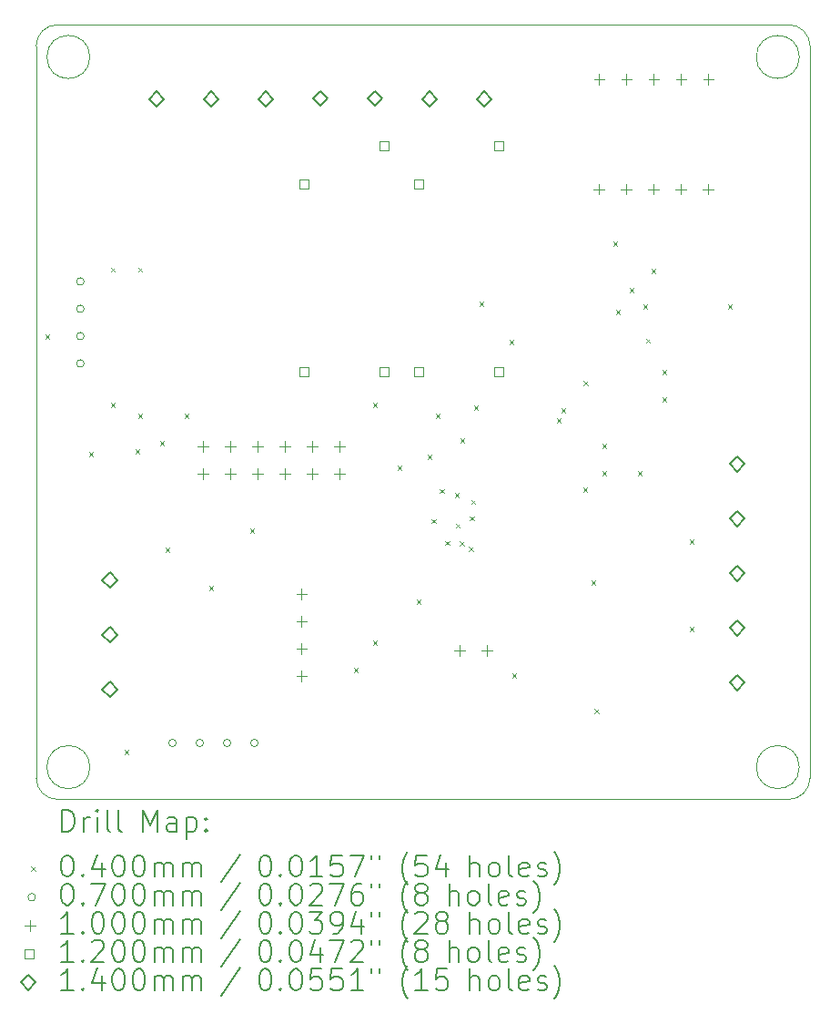
<source format=gbr>
%TF.GenerationSoftware,KiCad,Pcbnew,(6.99.0-3568-gdcfcfd5f29)*%
%TF.CreationDate,2022-10-11T21:14:35+03:00*%
%TF.ProjectId,welder ac diy mainboard,77656c64-6572-4206-9163-20646979206d,rev?*%
%TF.SameCoordinates,Original*%
%TF.FileFunction,Drillmap*%
%TF.FilePolarity,Positive*%
%FSLAX45Y45*%
G04 Gerber Fmt 4.5, Leading zero omitted, Abs format (unit mm)*
G04 Created by KiCad (PCBNEW (6.99.0-3568-gdcfcfd5f29)) date 2022-10-11 21:14:35*
%MOMM*%
%LPD*%
G01*
G04 APERTURE LIST*
%ADD10C,0.100000*%
%ADD11C,0.200000*%
%ADD12C,0.040000*%
%ADD13C,0.070000*%
%ADD14C,0.120000*%
%ADD15C,0.140000*%
G04 APERTURE END LIST*
D10*
X12000000Y-12200000D02*
G75*
G03*
X12200000Y-12000000I0J200000D01*
G01*
X12100000Y-11900000D02*
G75*
G03*
X12100000Y-11900000I-200000J0D01*
G01*
X5000000Y-12000000D02*
X5000000Y-5200000D01*
X12100000Y-5300000D02*
G75*
G03*
X12100000Y-5300000I-200000J0D01*
G01*
X5500000Y-5300000D02*
G75*
G03*
X5500000Y-5300000I-200000J0D01*
G01*
X12200000Y-5200000D02*
X12200000Y-12000000D01*
X5200000Y-5000000D02*
X12000000Y-5000000D01*
X5500000Y-11900000D02*
G75*
G03*
X5500000Y-11900000I-200000J0D01*
G01*
X12200000Y-5200000D02*
G75*
G03*
X12000000Y-5000000I-200000J0D01*
G01*
X12000000Y-12200000D02*
X5200000Y-12200000D01*
X5000000Y-12000000D02*
G75*
G03*
X5200000Y-12200000I200000J0D01*
G01*
X5200000Y-5000000D02*
G75*
G03*
X5000000Y-5200000I0J-200000D01*
G01*
D11*
D12*
X5085400Y-7879400D02*
X5125400Y-7919400D01*
X5125400Y-7879400D02*
X5085400Y-7919400D01*
X5491800Y-8971600D02*
X5531800Y-9011600D01*
X5531800Y-8971600D02*
X5491800Y-9011600D01*
X5694500Y-8513900D02*
X5734500Y-8553900D01*
X5734500Y-8513900D02*
X5694500Y-8553900D01*
X5695000Y-7257100D02*
X5735000Y-7297100D01*
X5735000Y-7257100D02*
X5695000Y-7297100D01*
X5822000Y-11740200D02*
X5862000Y-11780200D01*
X5862000Y-11740200D02*
X5822000Y-11780200D01*
X5923600Y-8946200D02*
X5963600Y-8986200D01*
X5963600Y-8946200D02*
X5923600Y-8986200D01*
X5949000Y-7257100D02*
X5989000Y-7297100D01*
X5989000Y-7257100D02*
X5949000Y-7297100D01*
X5949000Y-8616000D02*
X5989000Y-8656000D01*
X5989000Y-8616000D02*
X5949000Y-8656000D01*
X6152200Y-8870000D02*
X6192200Y-8910000D01*
X6192200Y-8870000D02*
X6152200Y-8910000D01*
X6203000Y-9860600D02*
X6243000Y-9900600D01*
X6243000Y-9860600D02*
X6203000Y-9900600D01*
X6380800Y-8616000D02*
X6420800Y-8656000D01*
X6420800Y-8616000D02*
X6380800Y-8656000D01*
X6609400Y-10216200D02*
X6649400Y-10256200D01*
X6649400Y-10216200D02*
X6609400Y-10256200D01*
X6990400Y-9682800D02*
X7030400Y-9722800D01*
X7030400Y-9682800D02*
X6990400Y-9722800D01*
X7955600Y-10978200D02*
X7995600Y-11018200D01*
X7995600Y-10978200D02*
X7955600Y-11018200D01*
X8133400Y-8514400D02*
X8173400Y-8554400D01*
X8173400Y-8514400D02*
X8133400Y-8554400D01*
X8133400Y-10724200D02*
X8173400Y-10764200D01*
X8173400Y-10724200D02*
X8133400Y-10764200D01*
X8362000Y-9098600D02*
X8402000Y-9138600D01*
X8402000Y-9098600D02*
X8362000Y-9138600D01*
X8539800Y-10343200D02*
X8579800Y-10383200D01*
X8579800Y-10343200D02*
X8539800Y-10383200D01*
X8641400Y-8997000D02*
X8681400Y-9037000D01*
X8681400Y-8997000D02*
X8641400Y-9037000D01*
X8679500Y-9593900D02*
X8719500Y-9633900D01*
X8719500Y-9593900D02*
X8679500Y-9633900D01*
X8717600Y-8616000D02*
X8757600Y-8656000D01*
X8757600Y-8616000D02*
X8717600Y-8656000D01*
X8755700Y-9314500D02*
X8795700Y-9354500D01*
X8795700Y-9314500D02*
X8755700Y-9354500D01*
X8806500Y-9797100D02*
X8846500Y-9837100D01*
X8846500Y-9797100D02*
X8806500Y-9837100D01*
X8893321Y-9349465D02*
X8933321Y-9389465D01*
X8933321Y-9349465D02*
X8893321Y-9389465D01*
X8903088Y-9637012D02*
X8943088Y-9677012D01*
X8943088Y-9637012D02*
X8903088Y-9677012D01*
X8939421Y-9803593D02*
X8979421Y-9843593D01*
X8979421Y-9803593D02*
X8939421Y-9843593D01*
X8946200Y-8844600D02*
X8986200Y-8884600D01*
X8986200Y-8844600D02*
X8946200Y-8884600D01*
X9025564Y-9854283D02*
X9065564Y-9894283D01*
X9065564Y-9854283D02*
X9025564Y-9894283D01*
X9035100Y-9568500D02*
X9075100Y-9608500D01*
X9075100Y-9568500D02*
X9035100Y-9608500D01*
X9047800Y-9416100D02*
X9087800Y-9456100D01*
X9087800Y-9416100D02*
X9047800Y-9456100D01*
X9073200Y-8539800D02*
X9113200Y-8579800D01*
X9113200Y-8539800D02*
X9073200Y-8579800D01*
X9124000Y-7574600D02*
X9164000Y-7614600D01*
X9164000Y-7574600D02*
X9124000Y-7614600D01*
X9403400Y-7930200D02*
X9443400Y-7970200D01*
X9443400Y-7930200D02*
X9403400Y-7970200D01*
X9428800Y-11029000D02*
X9468800Y-11069000D01*
X9468800Y-11029000D02*
X9428800Y-11069000D01*
X9841450Y-8658450D02*
X9881450Y-8698450D01*
X9881450Y-8658450D02*
X9841450Y-8698450D01*
X9886000Y-8565200D02*
X9926000Y-8605200D01*
X9926000Y-8565200D02*
X9886000Y-8605200D01*
X10089200Y-9301800D02*
X10129200Y-9341800D01*
X10129200Y-9301800D02*
X10089200Y-9341800D01*
X10090746Y-8312746D02*
X10130746Y-8352746D01*
X10130746Y-8312746D02*
X10090746Y-8352746D01*
X10165400Y-10165400D02*
X10205400Y-10205400D01*
X10205400Y-10165400D02*
X10165400Y-10205400D01*
X10191300Y-11358700D02*
X10231300Y-11398700D01*
X10231300Y-11358700D02*
X10191300Y-11398700D01*
X10267000Y-8895400D02*
X10307000Y-8935400D01*
X10307000Y-8895400D02*
X10267000Y-8935400D01*
X10267000Y-9149400D02*
X10307000Y-9189400D01*
X10307000Y-9149400D02*
X10267000Y-9189400D01*
X10368600Y-7015800D02*
X10408600Y-7055800D01*
X10408600Y-7015800D02*
X10368600Y-7055800D01*
X10394000Y-7650800D02*
X10434000Y-7690800D01*
X10434000Y-7650800D02*
X10394000Y-7690800D01*
X10521000Y-7447600D02*
X10561000Y-7487600D01*
X10561000Y-7447600D02*
X10521000Y-7487600D01*
X10597200Y-9149400D02*
X10637200Y-9189400D01*
X10637200Y-9149400D02*
X10597200Y-9189400D01*
X10648000Y-7600000D02*
X10688000Y-7640000D01*
X10688000Y-7600000D02*
X10648000Y-7640000D01*
X10673400Y-7917500D02*
X10713400Y-7957500D01*
X10713400Y-7917500D02*
X10673400Y-7957500D01*
X10724200Y-7269800D02*
X10764200Y-7309800D01*
X10764200Y-7269800D02*
X10724200Y-7309800D01*
X10825800Y-8209600D02*
X10865800Y-8249600D01*
X10865800Y-8209600D02*
X10825800Y-8249600D01*
X10825800Y-8463600D02*
X10865800Y-8503600D01*
X10865800Y-8463600D02*
X10825800Y-8503600D01*
X11079800Y-9784400D02*
X11119800Y-9824400D01*
X11119800Y-9784400D02*
X11079800Y-9824400D01*
X11079800Y-10597200D02*
X11119800Y-10637200D01*
X11119800Y-10597200D02*
X11079800Y-10637200D01*
X11435400Y-7600000D02*
X11475400Y-7640000D01*
X11475400Y-7600000D02*
X11435400Y-7640000D01*
D13*
X5445200Y-7386650D02*
G75*
G03*
X5445200Y-7386650I-35000J0D01*
G01*
X5445200Y-7640650D02*
G75*
G03*
X5445200Y-7640650I-35000J0D01*
G01*
X5445200Y-7894650D02*
G75*
G03*
X5445200Y-7894650I-35000J0D01*
G01*
X5445200Y-8148650D02*
G75*
G03*
X5445200Y-8148650I-35000J0D01*
G01*
X6304050Y-11675050D02*
G75*
G03*
X6304050Y-11675050I-35000J0D01*
G01*
X6558050Y-11675050D02*
G75*
G03*
X6558050Y-11675050I-35000J0D01*
G01*
X6812050Y-11675050D02*
G75*
G03*
X6812050Y-11675050I-35000J0D01*
G01*
X7066050Y-11675050D02*
G75*
G03*
X7066050Y-11675050I-35000J0D01*
G01*
D10*
X6550700Y-8867400D02*
X6550700Y-8967400D01*
X6500700Y-8917400D02*
X6600700Y-8917400D01*
X6550700Y-9121400D02*
X6550700Y-9221400D01*
X6500700Y-9171400D02*
X6600700Y-9171400D01*
X6804700Y-8867400D02*
X6804700Y-8967400D01*
X6754700Y-8917400D02*
X6854700Y-8917400D01*
X6804700Y-9121400D02*
X6804700Y-9221400D01*
X6754700Y-9171400D02*
X6854700Y-9171400D01*
X7058700Y-8867400D02*
X7058700Y-8967400D01*
X7008700Y-8917400D02*
X7108700Y-8917400D01*
X7058700Y-9121400D02*
X7058700Y-9221400D01*
X7008700Y-9171400D02*
X7108700Y-9171400D01*
X7312700Y-8867400D02*
X7312700Y-8967400D01*
X7262700Y-8917400D02*
X7362700Y-8917400D01*
X7312700Y-9121400D02*
X7312700Y-9221400D01*
X7262700Y-9171400D02*
X7362700Y-9171400D01*
X7470100Y-10238000D02*
X7470100Y-10338000D01*
X7420100Y-10288000D02*
X7520100Y-10288000D01*
X7470100Y-10492000D02*
X7470100Y-10592000D01*
X7420100Y-10542000D02*
X7520100Y-10542000D01*
X7470100Y-10746000D02*
X7470100Y-10846000D01*
X7420100Y-10796000D02*
X7520100Y-10796000D01*
X7470100Y-11000000D02*
X7470100Y-11100000D01*
X7420100Y-11050000D02*
X7520100Y-11050000D01*
X7566700Y-8867400D02*
X7566700Y-8967400D01*
X7516700Y-8917400D02*
X7616700Y-8917400D01*
X7566700Y-9121400D02*
X7566700Y-9221400D01*
X7516700Y-9171400D02*
X7616700Y-9171400D01*
X7820700Y-8867400D02*
X7820700Y-8967400D01*
X7770700Y-8917400D02*
X7870700Y-8917400D01*
X7820700Y-9121400D02*
X7820700Y-9221400D01*
X7770700Y-9171400D02*
X7870700Y-9171400D01*
X8942800Y-10767900D02*
X8942800Y-10867900D01*
X8892800Y-10817900D02*
X8992800Y-10817900D01*
X9196800Y-10767900D02*
X9196800Y-10867900D01*
X9146800Y-10817900D02*
X9246800Y-10817900D01*
X10236200Y-6477800D02*
X10236200Y-6577800D01*
X10186200Y-6527800D02*
X10286200Y-6527800D01*
X10239200Y-5459300D02*
X10239200Y-5559300D01*
X10189200Y-5509300D02*
X10289200Y-5509300D01*
X10490200Y-6477800D02*
X10490200Y-6577800D01*
X10440200Y-6527800D02*
X10540200Y-6527800D01*
X10493200Y-5459300D02*
X10493200Y-5559300D01*
X10443200Y-5509300D02*
X10543200Y-5509300D01*
X10744200Y-6477800D02*
X10744200Y-6577800D01*
X10694200Y-6527800D02*
X10794200Y-6527800D01*
X10747200Y-5459300D02*
X10747200Y-5559300D01*
X10697200Y-5509300D02*
X10797200Y-5509300D01*
X10998200Y-6477800D02*
X10998200Y-6577800D01*
X10948200Y-6527800D02*
X11048200Y-6527800D01*
X11001200Y-5459300D02*
X11001200Y-5559300D01*
X10951200Y-5509300D02*
X11051200Y-5509300D01*
X11252200Y-6477800D02*
X11252200Y-6577800D01*
X11202200Y-6527800D02*
X11302200Y-6527800D01*
X11255200Y-5459300D02*
X11255200Y-5559300D01*
X11205200Y-5509300D02*
X11305200Y-5509300D01*
D14*
X7532177Y-6521377D02*
X7532177Y-6436523D01*
X7447323Y-6436523D01*
X7447323Y-6521377D01*
X7532177Y-6521377D01*
X7532177Y-8271377D02*
X7532177Y-8186523D01*
X7447323Y-8186523D01*
X7447323Y-8271377D01*
X7532177Y-8271377D01*
X8282177Y-6171377D02*
X8282177Y-6086523D01*
X8197323Y-6086523D01*
X8197323Y-6171377D01*
X8282177Y-6171377D01*
X8282177Y-8271377D02*
X8282177Y-8186523D01*
X8197323Y-8186523D01*
X8197323Y-8271377D01*
X8282177Y-8271377D01*
X8598977Y-6521377D02*
X8598977Y-6436523D01*
X8514123Y-6436523D01*
X8514123Y-6521377D01*
X8598977Y-6521377D01*
X8598977Y-8271377D02*
X8598977Y-8186523D01*
X8514123Y-8186523D01*
X8514123Y-8271377D01*
X8598977Y-8271377D01*
X9348977Y-6171377D02*
X9348977Y-6086523D01*
X9264123Y-6086523D01*
X9264123Y-6171377D01*
X9348977Y-6171377D01*
X9348977Y-8271377D02*
X9348977Y-8186523D01*
X9264123Y-8186523D01*
X9264123Y-8271377D01*
X9348977Y-8271377D01*
D15*
X5686350Y-10230000D02*
X5756350Y-10160000D01*
X5686350Y-10090000D01*
X5616350Y-10160000D01*
X5686350Y-10230000D01*
X5686350Y-10738000D02*
X5756350Y-10668000D01*
X5686350Y-10598000D01*
X5616350Y-10668000D01*
X5686350Y-10738000D01*
X5686350Y-11246000D02*
X5756350Y-11176000D01*
X5686350Y-11106000D01*
X5616350Y-11176000D01*
X5686350Y-11246000D01*
X6121400Y-5759600D02*
X6191400Y-5689600D01*
X6121400Y-5619600D01*
X6051400Y-5689600D01*
X6121400Y-5759600D01*
X6629400Y-5759600D02*
X6699400Y-5689600D01*
X6629400Y-5619600D01*
X6559400Y-5689600D01*
X6629400Y-5759600D01*
X7137400Y-5759600D02*
X7207400Y-5689600D01*
X7137400Y-5619600D01*
X7067400Y-5689600D01*
X7137400Y-5759600D01*
X7645400Y-5756350D02*
X7715400Y-5686350D01*
X7645400Y-5616350D01*
X7575400Y-5686350D01*
X7645400Y-5756350D01*
X8153400Y-5756350D02*
X8223400Y-5686350D01*
X8153400Y-5616350D01*
X8083400Y-5686350D01*
X8153400Y-5756350D01*
X8661400Y-5759600D02*
X8731400Y-5689600D01*
X8661400Y-5619600D01*
X8591400Y-5689600D01*
X8661400Y-5759600D01*
X9169400Y-5759600D02*
X9239400Y-5689600D01*
X9169400Y-5619600D01*
X9099400Y-5689600D01*
X9169400Y-5759600D01*
X11522250Y-9154000D02*
X11592250Y-9084000D01*
X11522250Y-9014000D01*
X11452250Y-9084000D01*
X11522250Y-9154000D01*
X11522250Y-9662000D02*
X11592250Y-9592000D01*
X11522250Y-9522000D01*
X11452250Y-9592000D01*
X11522250Y-9662000D01*
X11522250Y-10170000D02*
X11592250Y-10100000D01*
X11522250Y-10030000D01*
X11452250Y-10100000D01*
X11522250Y-10170000D01*
X11522250Y-10678000D02*
X11592250Y-10608000D01*
X11522250Y-10538000D01*
X11452250Y-10608000D01*
X11522250Y-10678000D01*
X11522250Y-11186000D02*
X11592250Y-11116000D01*
X11522250Y-11046000D01*
X11452250Y-11116000D01*
X11522250Y-11186000D01*
D11*
X5242619Y-12498476D02*
X5242619Y-12298476D01*
X5242619Y-12298476D02*
X5290238Y-12298476D01*
X5290238Y-12298476D02*
X5318810Y-12308000D01*
X5318810Y-12308000D02*
X5337857Y-12327048D01*
X5337857Y-12327048D02*
X5347381Y-12346095D01*
X5347381Y-12346095D02*
X5356905Y-12384190D01*
X5356905Y-12384190D02*
X5356905Y-12412762D01*
X5356905Y-12412762D02*
X5347381Y-12450857D01*
X5347381Y-12450857D02*
X5337857Y-12469905D01*
X5337857Y-12469905D02*
X5318810Y-12488952D01*
X5318810Y-12488952D02*
X5290238Y-12498476D01*
X5290238Y-12498476D02*
X5242619Y-12498476D01*
X5442619Y-12498476D02*
X5442619Y-12365143D01*
X5442619Y-12403238D02*
X5452143Y-12384190D01*
X5452143Y-12384190D02*
X5461667Y-12374667D01*
X5461667Y-12374667D02*
X5480714Y-12365143D01*
X5480714Y-12365143D02*
X5499762Y-12365143D01*
X5566429Y-12498476D02*
X5566429Y-12365143D01*
X5566429Y-12298476D02*
X5556905Y-12308000D01*
X5556905Y-12308000D02*
X5566429Y-12317524D01*
X5566429Y-12317524D02*
X5575952Y-12308000D01*
X5575952Y-12308000D02*
X5566429Y-12298476D01*
X5566429Y-12298476D02*
X5566429Y-12317524D01*
X5690238Y-12498476D02*
X5671190Y-12488952D01*
X5671190Y-12488952D02*
X5661667Y-12469905D01*
X5661667Y-12469905D02*
X5661667Y-12298476D01*
X5795000Y-12498476D02*
X5775952Y-12488952D01*
X5775952Y-12488952D02*
X5766428Y-12469905D01*
X5766428Y-12469905D02*
X5766428Y-12298476D01*
X5991190Y-12498476D02*
X5991190Y-12298476D01*
X5991190Y-12298476D02*
X6057857Y-12441333D01*
X6057857Y-12441333D02*
X6124524Y-12298476D01*
X6124524Y-12298476D02*
X6124524Y-12498476D01*
X6305476Y-12498476D02*
X6305476Y-12393714D01*
X6305476Y-12393714D02*
X6295952Y-12374667D01*
X6295952Y-12374667D02*
X6276905Y-12365143D01*
X6276905Y-12365143D02*
X6238809Y-12365143D01*
X6238809Y-12365143D02*
X6219762Y-12374667D01*
X6305476Y-12488952D02*
X6286428Y-12498476D01*
X6286428Y-12498476D02*
X6238809Y-12498476D01*
X6238809Y-12498476D02*
X6219762Y-12488952D01*
X6219762Y-12488952D02*
X6210238Y-12469905D01*
X6210238Y-12469905D02*
X6210238Y-12450857D01*
X6210238Y-12450857D02*
X6219762Y-12431809D01*
X6219762Y-12431809D02*
X6238809Y-12422286D01*
X6238809Y-12422286D02*
X6286428Y-12422286D01*
X6286428Y-12422286D02*
X6305476Y-12412762D01*
X6400714Y-12365143D02*
X6400714Y-12565143D01*
X6400714Y-12374667D02*
X6419762Y-12365143D01*
X6419762Y-12365143D02*
X6457857Y-12365143D01*
X6457857Y-12365143D02*
X6476905Y-12374667D01*
X6476905Y-12374667D02*
X6486428Y-12384190D01*
X6486428Y-12384190D02*
X6495952Y-12403238D01*
X6495952Y-12403238D02*
X6495952Y-12460381D01*
X6495952Y-12460381D02*
X6486428Y-12479428D01*
X6486428Y-12479428D02*
X6476905Y-12488952D01*
X6476905Y-12488952D02*
X6457857Y-12498476D01*
X6457857Y-12498476D02*
X6419762Y-12498476D01*
X6419762Y-12498476D02*
X6400714Y-12488952D01*
X6581667Y-12479428D02*
X6591190Y-12488952D01*
X6591190Y-12488952D02*
X6581667Y-12498476D01*
X6581667Y-12498476D02*
X6572143Y-12488952D01*
X6572143Y-12488952D02*
X6581667Y-12479428D01*
X6581667Y-12479428D02*
X6581667Y-12498476D01*
X6581667Y-12374667D02*
X6591190Y-12384190D01*
X6591190Y-12384190D02*
X6581667Y-12393714D01*
X6581667Y-12393714D02*
X6572143Y-12384190D01*
X6572143Y-12384190D02*
X6581667Y-12374667D01*
X6581667Y-12374667D02*
X6581667Y-12393714D01*
D12*
X4955000Y-12825000D02*
X4995000Y-12865000D01*
X4995000Y-12825000D02*
X4955000Y-12865000D01*
D11*
X5280714Y-12718476D02*
X5299762Y-12718476D01*
X5299762Y-12718476D02*
X5318810Y-12728000D01*
X5318810Y-12728000D02*
X5328333Y-12737524D01*
X5328333Y-12737524D02*
X5337857Y-12756571D01*
X5337857Y-12756571D02*
X5347381Y-12794667D01*
X5347381Y-12794667D02*
X5347381Y-12842286D01*
X5347381Y-12842286D02*
X5337857Y-12880381D01*
X5337857Y-12880381D02*
X5328333Y-12899428D01*
X5328333Y-12899428D02*
X5318810Y-12908952D01*
X5318810Y-12908952D02*
X5299762Y-12918476D01*
X5299762Y-12918476D02*
X5280714Y-12918476D01*
X5280714Y-12918476D02*
X5261667Y-12908952D01*
X5261667Y-12908952D02*
X5252143Y-12899428D01*
X5252143Y-12899428D02*
X5242619Y-12880381D01*
X5242619Y-12880381D02*
X5233095Y-12842286D01*
X5233095Y-12842286D02*
X5233095Y-12794667D01*
X5233095Y-12794667D02*
X5242619Y-12756571D01*
X5242619Y-12756571D02*
X5252143Y-12737524D01*
X5252143Y-12737524D02*
X5261667Y-12728000D01*
X5261667Y-12728000D02*
X5280714Y-12718476D01*
X5433095Y-12899428D02*
X5442619Y-12908952D01*
X5442619Y-12908952D02*
X5433095Y-12918476D01*
X5433095Y-12918476D02*
X5423571Y-12908952D01*
X5423571Y-12908952D02*
X5433095Y-12899428D01*
X5433095Y-12899428D02*
X5433095Y-12918476D01*
X5614048Y-12785143D02*
X5614048Y-12918476D01*
X5566429Y-12708952D02*
X5518810Y-12851809D01*
X5518810Y-12851809D02*
X5642619Y-12851809D01*
X5756905Y-12718476D02*
X5775952Y-12718476D01*
X5775952Y-12718476D02*
X5795000Y-12728000D01*
X5795000Y-12728000D02*
X5804524Y-12737524D01*
X5804524Y-12737524D02*
X5814048Y-12756571D01*
X5814048Y-12756571D02*
X5823571Y-12794667D01*
X5823571Y-12794667D02*
X5823571Y-12842286D01*
X5823571Y-12842286D02*
X5814048Y-12880381D01*
X5814048Y-12880381D02*
X5804524Y-12899428D01*
X5804524Y-12899428D02*
X5795000Y-12908952D01*
X5795000Y-12908952D02*
X5775952Y-12918476D01*
X5775952Y-12918476D02*
X5756905Y-12918476D01*
X5756905Y-12918476D02*
X5737857Y-12908952D01*
X5737857Y-12908952D02*
X5728333Y-12899428D01*
X5728333Y-12899428D02*
X5718809Y-12880381D01*
X5718809Y-12880381D02*
X5709286Y-12842286D01*
X5709286Y-12842286D02*
X5709286Y-12794667D01*
X5709286Y-12794667D02*
X5718809Y-12756571D01*
X5718809Y-12756571D02*
X5728333Y-12737524D01*
X5728333Y-12737524D02*
X5737857Y-12728000D01*
X5737857Y-12728000D02*
X5756905Y-12718476D01*
X5947381Y-12718476D02*
X5966429Y-12718476D01*
X5966429Y-12718476D02*
X5985476Y-12728000D01*
X5985476Y-12728000D02*
X5995000Y-12737524D01*
X5995000Y-12737524D02*
X6004524Y-12756571D01*
X6004524Y-12756571D02*
X6014048Y-12794667D01*
X6014048Y-12794667D02*
X6014048Y-12842286D01*
X6014048Y-12842286D02*
X6004524Y-12880381D01*
X6004524Y-12880381D02*
X5995000Y-12899428D01*
X5995000Y-12899428D02*
X5985476Y-12908952D01*
X5985476Y-12908952D02*
X5966429Y-12918476D01*
X5966429Y-12918476D02*
X5947381Y-12918476D01*
X5947381Y-12918476D02*
X5928333Y-12908952D01*
X5928333Y-12908952D02*
X5918809Y-12899428D01*
X5918809Y-12899428D02*
X5909286Y-12880381D01*
X5909286Y-12880381D02*
X5899762Y-12842286D01*
X5899762Y-12842286D02*
X5899762Y-12794667D01*
X5899762Y-12794667D02*
X5909286Y-12756571D01*
X5909286Y-12756571D02*
X5918809Y-12737524D01*
X5918809Y-12737524D02*
X5928333Y-12728000D01*
X5928333Y-12728000D02*
X5947381Y-12718476D01*
X6099762Y-12918476D02*
X6099762Y-12785143D01*
X6099762Y-12804190D02*
X6109286Y-12794667D01*
X6109286Y-12794667D02*
X6128333Y-12785143D01*
X6128333Y-12785143D02*
X6156905Y-12785143D01*
X6156905Y-12785143D02*
X6175952Y-12794667D01*
X6175952Y-12794667D02*
X6185476Y-12813714D01*
X6185476Y-12813714D02*
X6185476Y-12918476D01*
X6185476Y-12813714D02*
X6195000Y-12794667D01*
X6195000Y-12794667D02*
X6214048Y-12785143D01*
X6214048Y-12785143D02*
X6242619Y-12785143D01*
X6242619Y-12785143D02*
X6261667Y-12794667D01*
X6261667Y-12794667D02*
X6271190Y-12813714D01*
X6271190Y-12813714D02*
X6271190Y-12918476D01*
X6366429Y-12918476D02*
X6366429Y-12785143D01*
X6366429Y-12804190D02*
X6375952Y-12794667D01*
X6375952Y-12794667D02*
X6395000Y-12785143D01*
X6395000Y-12785143D02*
X6423571Y-12785143D01*
X6423571Y-12785143D02*
X6442619Y-12794667D01*
X6442619Y-12794667D02*
X6452143Y-12813714D01*
X6452143Y-12813714D02*
X6452143Y-12918476D01*
X6452143Y-12813714D02*
X6461667Y-12794667D01*
X6461667Y-12794667D02*
X6480714Y-12785143D01*
X6480714Y-12785143D02*
X6509286Y-12785143D01*
X6509286Y-12785143D02*
X6528333Y-12794667D01*
X6528333Y-12794667D02*
X6537857Y-12813714D01*
X6537857Y-12813714D02*
X6537857Y-12918476D01*
X6895952Y-12708952D02*
X6724524Y-12966095D01*
X7120714Y-12718476D02*
X7139762Y-12718476D01*
X7139762Y-12718476D02*
X7158810Y-12728000D01*
X7158810Y-12728000D02*
X7168333Y-12737524D01*
X7168333Y-12737524D02*
X7177857Y-12756571D01*
X7177857Y-12756571D02*
X7187381Y-12794667D01*
X7187381Y-12794667D02*
X7187381Y-12842286D01*
X7187381Y-12842286D02*
X7177857Y-12880381D01*
X7177857Y-12880381D02*
X7168333Y-12899428D01*
X7168333Y-12899428D02*
X7158810Y-12908952D01*
X7158810Y-12908952D02*
X7139762Y-12918476D01*
X7139762Y-12918476D02*
X7120714Y-12918476D01*
X7120714Y-12918476D02*
X7101667Y-12908952D01*
X7101667Y-12908952D02*
X7092143Y-12899428D01*
X7092143Y-12899428D02*
X7082619Y-12880381D01*
X7082619Y-12880381D02*
X7073095Y-12842286D01*
X7073095Y-12842286D02*
X7073095Y-12794667D01*
X7073095Y-12794667D02*
X7082619Y-12756571D01*
X7082619Y-12756571D02*
X7092143Y-12737524D01*
X7092143Y-12737524D02*
X7101667Y-12728000D01*
X7101667Y-12728000D02*
X7120714Y-12718476D01*
X7273095Y-12899428D02*
X7282619Y-12908952D01*
X7282619Y-12908952D02*
X7273095Y-12918476D01*
X7273095Y-12918476D02*
X7263571Y-12908952D01*
X7263571Y-12908952D02*
X7273095Y-12899428D01*
X7273095Y-12899428D02*
X7273095Y-12918476D01*
X7406429Y-12718476D02*
X7425476Y-12718476D01*
X7425476Y-12718476D02*
X7444524Y-12728000D01*
X7444524Y-12728000D02*
X7454048Y-12737524D01*
X7454048Y-12737524D02*
X7463571Y-12756571D01*
X7463571Y-12756571D02*
X7473095Y-12794667D01*
X7473095Y-12794667D02*
X7473095Y-12842286D01*
X7473095Y-12842286D02*
X7463571Y-12880381D01*
X7463571Y-12880381D02*
X7454048Y-12899428D01*
X7454048Y-12899428D02*
X7444524Y-12908952D01*
X7444524Y-12908952D02*
X7425476Y-12918476D01*
X7425476Y-12918476D02*
X7406429Y-12918476D01*
X7406429Y-12918476D02*
X7387381Y-12908952D01*
X7387381Y-12908952D02*
X7377857Y-12899428D01*
X7377857Y-12899428D02*
X7368333Y-12880381D01*
X7368333Y-12880381D02*
X7358810Y-12842286D01*
X7358810Y-12842286D02*
X7358810Y-12794667D01*
X7358810Y-12794667D02*
X7368333Y-12756571D01*
X7368333Y-12756571D02*
X7377857Y-12737524D01*
X7377857Y-12737524D02*
X7387381Y-12728000D01*
X7387381Y-12728000D02*
X7406429Y-12718476D01*
X7663571Y-12918476D02*
X7549286Y-12918476D01*
X7606429Y-12918476D02*
X7606429Y-12718476D01*
X7606429Y-12718476D02*
X7587381Y-12747048D01*
X7587381Y-12747048D02*
X7568333Y-12766095D01*
X7568333Y-12766095D02*
X7549286Y-12775619D01*
X7844524Y-12718476D02*
X7749286Y-12718476D01*
X7749286Y-12718476D02*
X7739762Y-12813714D01*
X7739762Y-12813714D02*
X7749286Y-12804190D01*
X7749286Y-12804190D02*
X7768333Y-12794667D01*
X7768333Y-12794667D02*
X7815952Y-12794667D01*
X7815952Y-12794667D02*
X7835000Y-12804190D01*
X7835000Y-12804190D02*
X7844524Y-12813714D01*
X7844524Y-12813714D02*
X7854048Y-12832762D01*
X7854048Y-12832762D02*
X7854048Y-12880381D01*
X7854048Y-12880381D02*
X7844524Y-12899428D01*
X7844524Y-12899428D02*
X7835000Y-12908952D01*
X7835000Y-12908952D02*
X7815952Y-12918476D01*
X7815952Y-12918476D02*
X7768333Y-12918476D01*
X7768333Y-12918476D02*
X7749286Y-12908952D01*
X7749286Y-12908952D02*
X7739762Y-12899428D01*
X7920714Y-12718476D02*
X8054048Y-12718476D01*
X8054048Y-12718476D02*
X7968333Y-12918476D01*
X8120714Y-12718476D02*
X8120714Y-12756571D01*
X8196905Y-12718476D02*
X8196905Y-12756571D01*
X8459762Y-12994667D02*
X8450238Y-12985143D01*
X8450238Y-12985143D02*
X8431191Y-12956571D01*
X8431191Y-12956571D02*
X8421667Y-12937524D01*
X8421667Y-12937524D02*
X8412143Y-12908952D01*
X8412143Y-12908952D02*
X8402619Y-12861333D01*
X8402619Y-12861333D02*
X8402619Y-12823238D01*
X8402619Y-12823238D02*
X8412143Y-12775619D01*
X8412143Y-12775619D02*
X8421667Y-12747048D01*
X8421667Y-12747048D02*
X8431191Y-12728000D01*
X8431191Y-12728000D02*
X8450238Y-12699428D01*
X8450238Y-12699428D02*
X8459762Y-12689905D01*
X8631191Y-12718476D02*
X8535953Y-12718476D01*
X8535953Y-12718476D02*
X8526429Y-12813714D01*
X8526429Y-12813714D02*
X8535953Y-12804190D01*
X8535953Y-12804190D02*
X8555000Y-12794667D01*
X8555000Y-12794667D02*
X8602619Y-12794667D01*
X8602619Y-12794667D02*
X8621667Y-12804190D01*
X8621667Y-12804190D02*
X8631191Y-12813714D01*
X8631191Y-12813714D02*
X8640714Y-12832762D01*
X8640714Y-12832762D02*
X8640714Y-12880381D01*
X8640714Y-12880381D02*
X8631191Y-12899428D01*
X8631191Y-12899428D02*
X8621667Y-12908952D01*
X8621667Y-12908952D02*
X8602619Y-12918476D01*
X8602619Y-12918476D02*
X8555000Y-12918476D01*
X8555000Y-12918476D02*
X8535953Y-12908952D01*
X8535953Y-12908952D02*
X8526429Y-12899428D01*
X8812143Y-12785143D02*
X8812143Y-12918476D01*
X8764524Y-12708952D02*
X8716905Y-12851809D01*
X8716905Y-12851809D02*
X8840714Y-12851809D01*
X9036905Y-12918476D02*
X9036905Y-12718476D01*
X9122619Y-12918476D02*
X9122619Y-12813714D01*
X9122619Y-12813714D02*
X9113095Y-12794667D01*
X9113095Y-12794667D02*
X9094048Y-12785143D01*
X9094048Y-12785143D02*
X9065476Y-12785143D01*
X9065476Y-12785143D02*
X9046429Y-12794667D01*
X9046429Y-12794667D02*
X9036905Y-12804190D01*
X9246429Y-12918476D02*
X9227381Y-12908952D01*
X9227381Y-12908952D02*
X9217857Y-12899428D01*
X9217857Y-12899428D02*
X9208334Y-12880381D01*
X9208334Y-12880381D02*
X9208334Y-12823238D01*
X9208334Y-12823238D02*
X9217857Y-12804190D01*
X9217857Y-12804190D02*
X9227381Y-12794667D01*
X9227381Y-12794667D02*
X9246429Y-12785143D01*
X9246429Y-12785143D02*
X9275000Y-12785143D01*
X9275000Y-12785143D02*
X9294048Y-12794667D01*
X9294048Y-12794667D02*
X9303572Y-12804190D01*
X9303572Y-12804190D02*
X9313095Y-12823238D01*
X9313095Y-12823238D02*
X9313095Y-12880381D01*
X9313095Y-12880381D02*
X9303572Y-12899428D01*
X9303572Y-12899428D02*
X9294048Y-12908952D01*
X9294048Y-12908952D02*
X9275000Y-12918476D01*
X9275000Y-12918476D02*
X9246429Y-12918476D01*
X9427381Y-12918476D02*
X9408334Y-12908952D01*
X9408334Y-12908952D02*
X9398810Y-12889905D01*
X9398810Y-12889905D02*
X9398810Y-12718476D01*
X9579762Y-12908952D02*
X9560715Y-12918476D01*
X9560715Y-12918476D02*
X9522619Y-12918476D01*
X9522619Y-12918476D02*
X9503572Y-12908952D01*
X9503572Y-12908952D02*
X9494048Y-12889905D01*
X9494048Y-12889905D02*
X9494048Y-12813714D01*
X9494048Y-12813714D02*
X9503572Y-12794667D01*
X9503572Y-12794667D02*
X9522619Y-12785143D01*
X9522619Y-12785143D02*
X9560715Y-12785143D01*
X9560715Y-12785143D02*
X9579762Y-12794667D01*
X9579762Y-12794667D02*
X9589286Y-12813714D01*
X9589286Y-12813714D02*
X9589286Y-12832762D01*
X9589286Y-12832762D02*
X9494048Y-12851809D01*
X9665476Y-12908952D02*
X9684524Y-12918476D01*
X9684524Y-12918476D02*
X9722619Y-12918476D01*
X9722619Y-12918476D02*
X9741667Y-12908952D01*
X9741667Y-12908952D02*
X9751191Y-12889905D01*
X9751191Y-12889905D02*
X9751191Y-12880381D01*
X9751191Y-12880381D02*
X9741667Y-12861333D01*
X9741667Y-12861333D02*
X9722619Y-12851809D01*
X9722619Y-12851809D02*
X9694048Y-12851809D01*
X9694048Y-12851809D02*
X9675000Y-12842286D01*
X9675000Y-12842286D02*
X9665476Y-12823238D01*
X9665476Y-12823238D02*
X9665476Y-12813714D01*
X9665476Y-12813714D02*
X9675000Y-12794667D01*
X9675000Y-12794667D02*
X9694048Y-12785143D01*
X9694048Y-12785143D02*
X9722619Y-12785143D01*
X9722619Y-12785143D02*
X9741667Y-12794667D01*
X9817857Y-12994667D02*
X9827381Y-12985143D01*
X9827381Y-12985143D02*
X9846429Y-12956571D01*
X9846429Y-12956571D02*
X9855953Y-12937524D01*
X9855953Y-12937524D02*
X9865476Y-12908952D01*
X9865476Y-12908952D02*
X9875000Y-12861333D01*
X9875000Y-12861333D02*
X9875000Y-12823238D01*
X9875000Y-12823238D02*
X9865476Y-12775619D01*
X9865476Y-12775619D02*
X9855953Y-12747048D01*
X9855953Y-12747048D02*
X9846429Y-12728000D01*
X9846429Y-12728000D02*
X9827381Y-12699428D01*
X9827381Y-12699428D02*
X9817857Y-12689905D01*
D13*
X4995000Y-13109000D02*
G75*
G03*
X4995000Y-13109000I-35000J0D01*
G01*
D11*
X5280714Y-12982476D02*
X5299762Y-12982476D01*
X5299762Y-12982476D02*
X5318810Y-12992000D01*
X5318810Y-12992000D02*
X5328333Y-13001524D01*
X5328333Y-13001524D02*
X5337857Y-13020571D01*
X5337857Y-13020571D02*
X5347381Y-13058667D01*
X5347381Y-13058667D02*
X5347381Y-13106286D01*
X5347381Y-13106286D02*
X5337857Y-13144381D01*
X5337857Y-13144381D02*
X5328333Y-13163428D01*
X5328333Y-13163428D02*
X5318810Y-13172952D01*
X5318810Y-13172952D02*
X5299762Y-13182476D01*
X5299762Y-13182476D02*
X5280714Y-13182476D01*
X5280714Y-13182476D02*
X5261667Y-13172952D01*
X5261667Y-13172952D02*
X5252143Y-13163428D01*
X5252143Y-13163428D02*
X5242619Y-13144381D01*
X5242619Y-13144381D02*
X5233095Y-13106286D01*
X5233095Y-13106286D02*
X5233095Y-13058667D01*
X5233095Y-13058667D02*
X5242619Y-13020571D01*
X5242619Y-13020571D02*
X5252143Y-13001524D01*
X5252143Y-13001524D02*
X5261667Y-12992000D01*
X5261667Y-12992000D02*
X5280714Y-12982476D01*
X5433095Y-13163428D02*
X5442619Y-13172952D01*
X5442619Y-13172952D02*
X5433095Y-13182476D01*
X5433095Y-13182476D02*
X5423571Y-13172952D01*
X5423571Y-13172952D02*
X5433095Y-13163428D01*
X5433095Y-13163428D02*
X5433095Y-13182476D01*
X5509286Y-12982476D02*
X5642619Y-12982476D01*
X5642619Y-12982476D02*
X5556905Y-13182476D01*
X5756905Y-12982476D02*
X5775952Y-12982476D01*
X5775952Y-12982476D02*
X5795000Y-12992000D01*
X5795000Y-12992000D02*
X5804524Y-13001524D01*
X5804524Y-13001524D02*
X5814048Y-13020571D01*
X5814048Y-13020571D02*
X5823571Y-13058667D01*
X5823571Y-13058667D02*
X5823571Y-13106286D01*
X5823571Y-13106286D02*
X5814048Y-13144381D01*
X5814048Y-13144381D02*
X5804524Y-13163428D01*
X5804524Y-13163428D02*
X5795000Y-13172952D01*
X5795000Y-13172952D02*
X5775952Y-13182476D01*
X5775952Y-13182476D02*
X5756905Y-13182476D01*
X5756905Y-13182476D02*
X5737857Y-13172952D01*
X5737857Y-13172952D02*
X5728333Y-13163428D01*
X5728333Y-13163428D02*
X5718809Y-13144381D01*
X5718809Y-13144381D02*
X5709286Y-13106286D01*
X5709286Y-13106286D02*
X5709286Y-13058667D01*
X5709286Y-13058667D02*
X5718809Y-13020571D01*
X5718809Y-13020571D02*
X5728333Y-13001524D01*
X5728333Y-13001524D02*
X5737857Y-12992000D01*
X5737857Y-12992000D02*
X5756905Y-12982476D01*
X5947381Y-12982476D02*
X5966429Y-12982476D01*
X5966429Y-12982476D02*
X5985476Y-12992000D01*
X5985476Y-12992000D02*
X5995000Y-13001524D01*
X5995000Y-13001524D02*
X6004524Y-13020571D01*
X6004524Y-13020571D02*
X6014048Y-13058667D01*
X6014048Y-13058667D02*
X6014048Y-13106286D01*
X6014048Y-13106286D02*
X6004524Y-13144381D01*
X6004524Y-13144381D02*
X5995000Y-13163428D01*
X5995000Y-13163428D02*
X5985476Y-13172952D01*
X5985476Y-13172952D02*
X5966429Y-13182476D01*
X5966429Y-13182476D02*
X5947381Y-13182476D01*
X5947381Y-13182476D02*
X5928333Y-13172952D01*
X5928333Y-13172952D02*
X5918809Y-13163428D01*
X5918809Y-13163428D02*
X5909286Y-13144381D01*
X5909286Y-13144381D02*
X5899762Y-13106286D01*
X5899762Y-13106286D02*
X5899762Y-13058667D01*
X5899762Y-13058667D02*
X5909286Y-13020571D01*
X5909286Y-13020571D02*
X5918809Y-13001524D01*
X5918809Y-13001524D02*
X5928333Y-12992000D01*
X5928333Y-12992000D02*
X5947381Y-12982476D01*
X6099762Y-13182476D02*
X6099762Y-13049143D01*
X6099762Y-13068190D02*
X6109286Y-13058667D01*
X6109286Y-13058667D02*
X6128333Y-13049143D01*
X6128333Y-13049143D02*
X6156905Y-13049143D01*
X6156905Y-13049143D02*
X6175952Y-13058667D01*
X6175952Y-13058667D02*
X6185476Y-13077714D01*
X6185476Y-13077714D02*
X6185476Y-13182476D01*
X6185476Y-13077714D02*
X6195000Y-13058667D01*
X6195000Y-13058667D02*
X6214048Y-13049143D01*
X6214048Y-13049143D02*
X6242619Y-13049143D01*
X6242619Y-13049143D02*
X6261667Y-13058667D01*
X6261667Y-13058667D02*
X6271190Y-13077714D01*
X6271190Y-13077714D02*
X6271190Y-13182476D01*
X6366429Y-13182476D02*
X6366429Y-13049143D01*
X6366429Y-13068190D02*
X6375952Y-13058667D01*
X6375952Y-13058667D02*
X6395000Y-13049143D01*
X6395000Y-13049143D02*
X6423571Y-13049143D01*
X6423571Y-13049143D02*
X6442619Y-13058667D01*
X6442619Y-13058667D02*
X6452143Y-13077714D01*
X6452143Y-13077714D02*
X6452143Y-13182476D01*
X6452143Y-13077714D02*
X6461667Y-13058667D01*
X6461667Y-13058667D02*
X6480714Y-13049143D01*
X6480714Y-13049143D02*
X6509286Y-13049143D01*
X6509286Y-13049143D02*
X6528333Y-13058667D01*
X6528333Y-13058667D02*
X6537857Y-13077714D01*
X6537857Y-13077714D02*
X6537857Y-13182476D01*
X6895952Y-12972952D02*
X6724524Y-13230095D01*
X7120714Y-12982476D02*
X7139762Y-12982476D01*
X7139762Y-12982476D02*
X7158810Y-12992000D01*
X7158810Y-12992000D02*
X7168333Y-13001524D01*
X7168333Y-13001524D02*
X7177857Y-13020571D01*
X7177857Y-13020571D02*
X7187381Y-13058667D01*
X7187381Y-13058667D02*
X7187381Y-13106286D01*
X7187381Y-13106286D02*
X7177857Y-13144381D01*
X7177857Y-13144381D02*
X7168333Y-13163428D01*
X7168333Y-13163428D02*
X7158810Y-13172952D01*
X7158810Y-13172952D02*
X7139762Y-13182476D01*
X7139762Y-13182476D02*
X7120714Y-13182476D01*
X7120714Y-13182476D02*
X7101667Y-13172952D01*
X7101667Y-13172952D02*
X7092143Y-13163428D01*
X7092143Y-13163428D02*
X7082619Y-13144381D01*
X7082619Y-13144381D02*
X7073095Y-13106286D01*
X7073095Y-13106286D02*
X7073095Y-13058667D01*
X7073095Y-13058667D02*
X7082619Y-13020571D01*
X7082619Y-13020571D02*
X7092143Y-13001524D01*
X7092143Y-13001524D02*
X7101667Y-12992000D01*
X7101667Y-12992000D02*
X7120714Y-12982476D01*
X7273095Y-13163428D02*
X7282619Y-13172952D01*
X7282619Y-13172952D02*
X7273095Y-13182476D01*
X7273095Y-13182476D02*
X7263571Y-13172952D01*
X7263571Y-13172952D02*
X7273095Y-13163428D01*
X7273095Y-13163428D02*
X7273095Y-13182476D01*
X7406429Y-12982476D02*
X7425476Y-12982476D01*
X7425476Y-12982476D02*
X7444524Y-12992000D01*
X7444524Y-12992000D02*
X7454048Y-13001524D01*
X7454048Y-13001524D02*
X7463571Y-13020571D01*
X7463571Y-13020571D02*
X7473095Y-13058667D01*
X7473095Y-13058667D02*
X7473095Y-13106286D01*
X7473095Y-13106286D02*
X7463571Y-13144381D01*
X7463571Y-13144381D02*
X7454048Y-13163428D01*
X7454048Y-13163428D02*
X7444524Y-13172952D01*
X7444524Y-13172952D02*
X7425476Y-13182476D01*
X7425476Y-13182476D02*
X7406429Y-13182476D01*
X7406429Y-13182476D02*
X7387381Y-13172952D01*
X7387381Y-13172952D02*
X7377857Y-13163428D01*
X7377857Y-13163428D02*
X7368333Y-13144381D01*
X7368333Y-13144381D02*
X7358810Y-13106286D01*
X7358810Y-13106286D02*
X7358810Y-13058667D01*
X7358810Y-13058667D02*
X7368333Y-13020571D01*
X7368333Y-13020571D02*
X7377857Y-13001524D01*
X7377857Y-13001524D02*
X7387381Y-12992000D01*
X7387381Y-12992000D02*
X7406429Y-12982476D01*
X7549286Y-13001524D02*
X7558810Y-12992000D01*
X7558810Y-12992000D02*
X7577857Y-12982476D01*
X7577857Y-12982476D02*
X7625476Y-12982476D01*
X7625476Y-12982476D02*
X7644524Y-12992000D01*
X7644524Y-12992000D02*
X7654048Y-13001524D01*
X7654048Y-13001524D02*
X7663571Y-13020571D01*
X7663571Y-13020571D02*
X7663571Y-13039619D01*
X7663571Y-13039619D02*
X7654048Y-13068190D01*
X7654048Y-13068190D02*
X7539762Y-13182476D01*
X7539762Y-13182476D02*
X7663571Y-13182476D01*
X7730238Y-12982476D02*
X7863571Y-12982476D01*
X7863571Y-12982476D02*
X7777857Y-13182476D01*
X8025476Y-12982476D02*
X7987381Y-12982476D01*
X7987381Y-12982476D02*
X7968333Y-12992000D01*
X7968333Y-12992000D02*
X7958810Y-13001524D01*
X7958810Y-13001524D02*
X7939762Y-13030095D01*
X7939762Y-13030095D02*
X7930238Y-13068190D01*
X7930238Y-13068190D02*
X7930238Y-13144381D01*
X7930238Y-13144381D02*
X7939762Y-13163428D01*
X7939762Y-13163428D02*
X7949286Y-13172952D01*
X7949286Y-13172952D02*
X7968333Y-13182476D01*
X7968333Y-13182476D02*
X8006429Y-13182476D01*
X8006429Y-13182476D02*
X8025476Y-13172952D01*
X8025476Y-13172952D02*
X8035000Y-13163428D01*
X8035000Y-13163428D02*
X8044524Y-13144381D01*
X8044524Y-13144381D02*
X8044524Y-13096762D01*
X8044524Y-13096762D02*
X8035000Y-13077714D01*
X8035000Y-13077714D02*
X8025476Y-13068190D01*
X8025476Y-13068190D02*
X8006429Y-13058667D01*
X8006429Y-13058667D02*
X7968333Y-13058667D01*
X7968333Y-13058667D02*
X7949286Y-13068190D01*
X7949286Y-13068190D02*
X7939762Y-13077714D01*
X7939762Y-13077714D02*
X7930238Y-13096762D01*
X8120714Y-12982476D02*
X8120714Y-13020571D01*
X8196905Y-12982476D02*
X8196905Y-13020571D01*
X8459762Y-13258667D02*
X8450238Y-13249143D01*
X8450238Y-13249143D02*
X8431191Y-13220571D01*
X8431191Y-13220571D02*
X8421667Y-13201524D01*
X8421667Y-13201524D02*
X8412143Y-13172952D01*
X8412143Y-13172952D02*
X8402619Y-13125333D01*
X8402619Y-13125333D02*
X8402619Y-13087238D01*
X8402619Y-13087238D02*
X8412143Y-13039619D01*
X8412143Y-13039619D02*
X8421667Y-13011048D01*
X8421667Y-13011048D02*
X8431191Y-12992000D01*
X8431191Y-12992000D02*
X8450238Y-12963428D01*
X8450238Y-12963428D02*
X8459762Y-12953905D01*
X8564524Y-13068190D02*
X8545476Y-13058667D01*
X8545476Y-13058667D02*
X8535953Y-13049143D01*
X8535953Y-13049143D02*
X8526429Y-13030095D01*
X8526429Y-13030095D02*
X8526429Y-13020571D01*
X8526429Y-13020571D02*
X8535953Y-13001524D01*
X8535953Y-13001524D02*
X8545476Y-12992000D01*
X8545476Y-12992000D02*
X8564524Y-12982476D01*
X8564524Y-12982476D02*
X8602619Y-12982476D01*
X8602619Y-12982476D02*
X8621667Y-12992000D01*
X8621667Y-12992000D02*
X8631191Y-13001524D01*
X8631191Y-13001524D02*
X8640714Y-13020571D01*
X8640714Y-13020571D02*
X8640714Y-13030095D01*
X8640714Y-13030095D02*
X8631191Y-13049143D01*
X8631191Y-13049143D02*
X8621667Y-13058667D01*
X8621667Y-13058667D02*
X8602619Y-13068190D01*
X8602619Y-13068190D02*
X8564524Y-13068190D01*
X8564524Y-13068190D02*
X8545476Y-13077714D01*
X8545476Y-13077714D02*
X8535953Y-13087238D01*
X8535953Y-13087238D02*
X8526429Y-13106286D01*
X8526429Y-13106286D02*
X8526429Y-13144381D01*
X8526429Y-13144381D02*
X8535953Y-13163428D01*
X8535953Y-13163428D02*
X8545476Y-13172952D01*
X8545476Y-13172952D02*
X8564524Y-13182476D01*
X8564524Y-13182476D02*
X8602619Y-13182476D01*
X8602619Y-13182476D02*
X8621667Y-13172952D01*
X8621667Y-13172952D02*
X8631191Y-13163428D01*
X8631191Y-13163428D02*
X8640714Y-13144381D01*
X8640714Y-13144381D02*
X8640714Y-13106286D01*
X8640714Y-13106286D02*
X8631191Y-13087238D01*
X8631191Y-13087238D02*
X8621667Y-13077714D01*
X8621667Y-13077714D02*
X8602619Y-13068190D01*
X8846429Y-13182476D02*
X8846429Y-12982476D01*
X8932143Y-13182476D02*
X8932143Y-13077714D01*
X8932143Y-13077714D02*
X8922619Y-13058667D01*
X8922619Y-13058667D02*
X8903572Y-13049143D01*
X8903572Y-13049143D02*
X8875000Y-13049143D01*
X8875000Y-13049143D02*
X8855953Y-13058667D01*
X8855953Y-13058667D02*
X8846429Y-13068190D01*
X9055953Y-13182476D02*
X9036905Y-13172952D01*
X9036905Y-13172952D02*
X9027381Y-13163428D01*
X9027381Y-13163428D02*
X9017857Y-13144381D01*
X9017857Y-13144381D02*
X9017857Y-13087238D01*
X9017857Y-13087238D02*
X9027381Y-13068190D01*
X9027381Y-13068190D02*
X9036905Y-13058667D01*
X9036905Y-13058667D02*
X9055953Y-13049143D01*
X9055953Y-13049143D02*
X9084524Y-13049143D01*
X9084524Y-13049143D02*
X9103572Y-13058667D01*
X9103572Y-13058667D02*
X9113095Y-13068190D01*
X9113095Y-13068190D02*
X9122619Y-13087238D01*
X9122619Y-13087238D02*
X9122619Y-13144381D01*
X9122619Y-13144381D02*
X9113095Y-13163428D01*
X9113095Y-13163428D02*
X9103572Y-13172952D01*
X9103572Y-13172952D02*
X9084524Y-13182476D01*
X9084524Y-13182476D02*
X9055953Y-13182476D01*
X9236905Y-13182476D02*
X9217857Y-13172952D01*
X9217857Y-13172952D02*
X9208334Y-13153905D01*
X9208334Y-13153905D02*
X9208334Y-12982476D01*
X9389286Y-13172952D02*
X9370238Y-13182476D01*
X9370238Y-13182476D02*
X9332143Y-13182476D01*
X9332143Y-13182476D02*
X9313095Y-13172952D01*
X9313095Y-13172952D02*
X9303572Y-13153905D01*
X9303572Y-13153905D02*
X9303572Y-13077714D01*
X9303572Y-13077714D02*
X9313095Y-13058667D01*
X9313095Y-13058667D02*
X9332143Y-13049143D01*
X9332143Y-13049143D02*
X9370238Y-13049143D01*
X9370238Y-13049143D02*
X9389286Y-13058667D01*
X9389286Y-13058667D02*
X9398810Y-13077714D01*
X9398810Y-13077714D02*
X9398810Y-13096762D01*
X9398810Y-13096762D02*
X9303572Y-13115809D01*
X9475000Y-13172952D02*
X9494048Y-13182476D01*
X9494048Y-13182476D02*
X9532143Y-13182476D01*
X9532143Y-13182476D02*
X9551191Y-13172952D01*
X9551191Y-13172952D02*
X9560715Y-13153905D01*
X9560715Y-13153905D02*
X9560715Y-13144381D01*
X9560715Y-13144381D02*
X9551191Y-13125333D01*
X9551191Y-13125333D02*
X9532143Y-13115809D01*
X9532143Y-13115809D02*
X9503572Y-13115809D01*
X9503572Y-13115809D02*
X9484524Y-13106286D01*
X9484524Y-13106286D02*
X9475000Y-13087238D01*
X9475000Y-13087238D02*
X9475000Y-13077714D01*
X9475000Y-13077714D02*
X9484524Y-13058667D01*
X9484524Y-13058667D02*
X9503572Y-13049143D01*
X9503572Y-13049143D02*
X9532143Y-13049143D01*
X9532143Y-13049143D02*
X9551191Y-13058667D01*
X9627381Y-13258667D02*
X9636905Y-13249143D01*
X9636905Y-13249143D02*
X9655953Y-13220571D01*
X9655953Y-13220571D02*
X9665476Y-13201524D01*
X9665476Y-13201524D02*
X9675000Y-13172952D01*
X9675000Y-13172952D02*
X9684524Y-13125333D01*
X9684524Y-13125333D02*
X9684524Y-13087238D01*
X9684524Y-13087238D02*
X9675000Y-13039619D01*
X9675000Y-13039619D02*
X9665476Y-13011048D01*
X9665476Y-13011048D02*
X9655953Y-12992000D01*
X9655953Y-12992000D02*
X9636905Y-12963428D01*
X9636905Y-12963428D02*
X9627381Y-12953905D01*
D10*
X4945000Y-13323000D02*
X4945000Y-13423000D01*
X4895000Y-13373000D02*
X4995000Y-13373000D01*
D11*
X5347381Y-13446476D02*
X5233095Y-13446476D01*
X5290238Y-13446476D02*
X5290238Y-13246476D01*
X5290238Y-13246476D02*
X5271190Y-13275048D01*
X5271190Y-13275048D02*
X5252143Y-13294095D01*
X5252143Y-13294095D02*
X5233095Y-13303619D01*
X5433095Y-13427428D02*
X5442619Y-13436952D01*
X5442619Y-13436952D02*
X5433095Y-13446476D01*
X5433095Y-13446476D02*
X5423571Y-13436952D01*
X5423571Y-13436952D02*
X5433095Y-13427428D01*
X5433095Y-13427428D02*
X5433095Y-13446476D01*
X5566429Y-13246476D02*
X5585476Y-13246476D01*
X5585476Y-13246476D02*
X5604524Y-13256000D01*
X5604524Y-13256000D02*
X5614048Y-13265524D01*
X5614048Y-13265524D02*
X5623571Y-13284571D01*
X5623571Y-13284571D02*
X5633095Y-13322667D01*
X5633095Y-13322667D02*
X5633095Y-13370286D01*
X5633095Y-13370286D02*
X5623571Y-13408381D01*
X5623571Y-13408381D02*
X5614048Y-13427428D01*
X5614048Y-13427428D02*
X5604524Y-13436952D01*
X5604524Y-13436952D02*
X5585476Y-13446476D01*
X5585476Y-13446476D02*
X5566429Y-13446476D01*
X5566429Y-13446476D02*
X5547381Y-13436952D01*
X5547381Y-13436952D02*
X5537857Y-13427428D01*
X5537857Y-13427428D02*
X5528333Y-13408381D01*
X5528333Y-13408381D02*
X5518810Y-13370286D01*
X5518810Y-13370286D02*
X5518810Y-13322667D01*
X5518810Y-13322667D02*
X5528333Y-13284571D01*
X5528333Y-13284571D02*
X5537857Y-13265524D01*
X5537857Y-13265524D02*
X5547381Y-13256000D01*
X5547381Y-13256000D02*
X5566429Y-13246476D01*
X5756905Y-13246476D02*
X5775952Y-13246476D01*
X5775952Y-13246476D02*
X5795000Y-13256000D01*
X5795000Y-13256000D02*
X5804524Y-13265524D01*
X5804524Y-13265524D02*
X5814048Y-13284571D01*
X5814048Y-13284571D02*
X5823571Y-13322667D01*
X5823571Y-13322667D02*
X5823571Y-13370286D01*
X5823571Y-13370286D02*
X5814048Y-13408381D01*
X5814048Y-13408381D02*
X5804524Y-13427428D01*
X5804524Y-13427428D02*
X5795000Y-13436952D01*
X5795000Y-13436952D02*
X5775952Y-13446476D01*
X5775952Y-13446476D02*
X5756905Y-13446476D01*
X5756905Y-13446476D02*
X5737857Y-13436952D01*
X5737857Y-13436952D02*
X5728333Y-13427428D01*
X5728333Y-13427428D02*
X5718809Y-13408381D01*
X5718809Y-13408381D02*
X5709286Y-13370286D01*
X5709286Y-13370286D02*
X5709286Y-13322667D01*
X5709286Y-13322667D02*
X5718809Y-13284571D01*
X5718809Y-13284571D02*
X5728333Y-13265524D01*
X5728333Y-13265524D02*
X5737857Y-13256000D01*
X5737857Y-13256000D02*
X5756905Y-13246476D01*
X5947381Y-13246476D02*
X5966429Y-13246476D01*
X5966429Y-13246476D02*
X5985476Y-13256000D01*
X5985476Y-13256000D02*
X5995000Y-13265524D01*
X5995000Y-13265524D02*
X6004524Y-13284571D01*
X6004524Y-13284571D02*
X6014048Y-13322667D01*
X6014048Y-13322667D02*
X6014048Y-13370286D01*
X6014048Y-13370286D02*
X6004524Y-13408381D01*
X6004524Y-13408381D02*
X5995000Y-13427428D01*
X5995000Y-13427428D02*
X5985476Y-13436952D01*
X5985476Y-13436952D02*
X5966429Y-13446476D01*
X5966429Y-13446476D02*
X5947381Y-13446476D01*
X5947381Y-13446476D02*
X5928333Y-13436952D01*
X5928333Y-13436952D02*
X5918809Y-13427428D01*
X5918809Y-13427428D02*
X5909286Y-13408381D01*
X5909286Y-13408381D02*
X5899762Y-13370286D01*
X5899762Y-13370286D02*
X5899762Y-13322667D01*
X5899762Y-13322667D02*
X5909286Y-13284571D01*
X5909286Y-13284571D02*
X5918809Y-13265524D01*
X5918809Y-13265524D02*
X5928333Y-13256000D01*
X5928333Y-13256000D02*
X5947381Y-13246476D01*
X6099762Y-13446476D02*
X6099762Y-13313143D01*
X6099762Y-13332190D02*
X6109286Y-13322667D01*
X6109286Y-13322667D02*
X6128333Y-13313143D01*
X6128333Y-13313143D02*
X6156905Y-13313143D01*
X6156905Y-13313143D02*
X6175952Y-13322667D01*
X6175952Y-13322667D02*
X6185476Y-13341714D01*
X6185476Y-13341714D02*
X6185476Y-13446476D01*
X6185476Y-13341714D02*
X6195000Y-13322667D01*
X6195000Y-13322667D02*
X6214048Y-13313143D01*
X6214048Y-13313143D02*
X6242619Y-13313143D01*
X6242619Y-13313143D02*
X6261667Y-13322667D01*
X6261667Y-13322667D02*
X6271190Y-13341714D01*
X6271190Y-13341714D02*
X6271190Y-13446476D01*
X6366429Y-13446476D02*
X6366429Y-13313143D01*
X6366429Y-13332190D02*
X6375952Y-13322667D01*
X6375952Y-13322667D02*
X6395000Y-13313143D01*
X6395000Y-13313143D02*
X6423571Y-13313143D01*
X6423571Y-13313143D02*
X6442619Y-13322667D01*
X6442619Y-13322667D02*
X6452143Y-13341714D01*
X6452143Y-13341714D02*
X6452143Y-13446476D01*
X6452143Y-13341714D02*
X6461667Y-13322667D01*
X6461667Y-13322667D02*
X6480714Y-13313143D01*
X6480714Y-13313143D02*
X6509286Y-13313143D01*
X6509286Y-13313143D02*
X6528333Y-13322667D01*
X6528333Y-13322667D02*
X6537857Y-13341714D01*
X6537857Y-13341714D02*
X6537857Y-13446476D01*
X6895952Y-13236952D02*
X6724524Y-13494095D01*
X7120714Y-13246476D02*
X7139762Y-13246476D01*
X7139762Y-13246476D02*
X7158810Y-13256000D01*
X7158810Y-13256000D02*
X7168333Y-13265524D01*
X7168333Y-13265524D02*
X7177857Y-13284571D01*
X7177857Y-13284571D02*
X7187381Y-13322667D01*
X7187381Y-13322667D02*
X7187381Y-13370286D01*
X7187381Y-13370286D02*
X7177857Y-13408381D01*
X7177857Y-13408381D02*
X7168333Y-13427428D01*
X7168333Y-13427428D02*
X7158810Y-13436952D01*
X7158810Y-13436952D02*
X7139762Y-13446476D01*
X7139762Y-13446476D02*
X7120714Y-13446476D01*
X7120714Y-13446476D02*
X7101667Y-13436952D01*
X7101667Y-13436952D02*
X7092143Y-13427428D01*
X7092143Y-13427428D02*
X7082619Y-13408381D01*
X7082619Y-13408381D02*
X7073095Y-13370286D01*
X7073095Y-13370286D02*
X7073095Y-13322667D01*
X7073095Y-13322667D02*
X7082619Y-13284571D01*
X7082619Y-13284571D02*
X7092143Y-13265524D01*
X7092143Y-13265524D02*
X7101667Y-13256000D01*
X7101667Y-13256000D02*
X7120714Y-13246476D01*
X7273095Y-13427428D02*
X7282619Y-13436952D01*
X7282619Y-13436952D02*
X7273095Y-13446476D01*
X7273095Y-13446476D02*
X7263571Y-13436952D01*
X7263571Y-13436952D02*
X7273095Y-13427428D01*
X7273095Y-13427428D02*
X7273095Y-13446476D01*
X7406429Y-13246476D02*
X7425476Y-13246476D01*
X7425476Y-13246476D02*
X7444524Y-13256000D01*
X7444524Y-13256000D02*
X7454048Y-13265524D01*
X7454048Y-13265524D02*
X7463571Y-13284571D01*
X7463571Y-13284571D02*
X7473095Y-13322667D01*
X7473095Y-13322667D02*
X7473095Y-13370286D01*
X7473095Y-13370286D02*
X7463571Y-13408381D01*
X7463571Y-13408381D02*
X7454048Y-13427428D01*
X7454048Y-13427428D02*
X7444524Y-13436952D01*
X7444524Y-13436952D02*
X7425476Y-13446476D01*
X7425476Y-13446476D02*
X7406429Y-13446476D01*
X7406429Y-13446476D02*
X7387381Y-13436952D01*
X7387381Y-13436952D02*
X7377857Y-13427428D01*
X7377857Y-13427428D02*
X7368333Y-13408381D01*
X7368333Y-13408381D02*
X7358810Y-13370286D01*
X7358810Y-13370286D02*
X7358810Y-13322667D01*
X7358810Y-13322667D02*
X7368333Y-13284571D01*
X7368333Y-13284571D02*
X7377857Y-13265524D01*
X7377857Y-13265524D02*
X7387381Y-13256000D01*
X7387381Y-13256000D02*
X7406429Y-13246476D01*
X7539762Y-13246476D02*
X7663571Y-13246476D01*
X7663571Y-13246476D02*
X7596905Y-13322667D01*
X7596905Y-13322667D02*
X7625476Y-13322667D01*
X7625476Y-13322667D02*
X7644524Y-13332190D01*
X7644524Y-13332190D02*
X7654048Y-13341714D01*
X7654048Y-13341714D02*
X7663571Y-13360762D01*
X7663571Y-13360762D02*
X7663571Y-13408381D01*
X7663571Y-13408381D02*
X7654048Y-13427428D01*
X7654048Y-13427428D02*
X7644524Y-13436952D01*
X7644524Y-13436952D02*
X7625476Y-13446476D01*
X7625476Y-13446476D02*
X7568333Y-13446476D01*
X7568333Y-13446476D02*
X7549286Y-13436952D01*
X7549286Y-13436952D02*
X7539762Y-13427428D01*
X7758810Y-13446476D02*
X7796905Y-13446476D01*
X7796905Y-13446476D02*
X7815952Y-13436952D01*
X7815952Y-13436952D02*
X7825476Y-13427428D01*
X7825476Y-13427428D02*
X7844524Y-13398857D01*
X7844524Y-13398857D02*
X7854048Y-13360762D01*
X7854048Y-13360762D02*
X7854048Y-13284571D01*
X7854048Y-13284571D02*
X7844524Y-13265524D01*
X7844524Y-13265524D02*
X7835000Y-13256000D01*
X7835000Y-13256000D02*
X7815952Y-13246476D01*
X7815952Y-13246476D02*
X7777857Y-13246476D01*
X7777857Y-13246476D02*
X7758810Y-13256000D01*
X7758810Y-13256000D02*
X7749286Y-13265524D01*
X7749286Y-13265524D02*
X7739762Y-13284571D01*
X7739762Y-13284571D02*
X7739762Y-13332190D01*
X7739762Y-13332190D02*
X7749286Y-13351238D01*
X7749286Y-13351238D02*
X7758810Y-13360762D01*
X7758810Y-13360762D02*
X7777857Y-13370286D01*
X7777857Y-13370286D02*
X7815952Y-13370286D01*
X7815952Y-13370286D02*
X7835000Y-13360762D01*
X7835000Y-13360762D02*
X7844524Y-13351238D01*
X7844524Y-13351238D02*
X7854048Y-13332190D01*
X8025476Y-13313143D02*
X8025476Y-13446476D01*
X7977857Y-13236952D02*
X7930238Y-13379809D01*
X7930238Y-13379809D02*
X8054048Y-13379809D01*
X8120714Y-13246476D02*
X8120714Y-13284571D01*
X8196905Y-13246476D02*
X8196905Y-13284571D01*
X8459762Y-13522667D02*
X8450238Y-13513143D01*
X8450238Y-13513143D02*
X8431191Y-13484571D01*
X8431191Y-13484571D02*
X8421667Y-13465524D01*
X8421667Y-13465524D02*
X8412143Y-13436952D01*
X8412143Y-13436952D02*
X8402619Y-13389333D01*
X8402619Y-13389333D02*
X8402619Y-13351238D01*
X8402619Y-13351238D02*
X8412143Y-13303619D01*
X8412143Y-13303619D02*
X8421667Y-13275048D01*
X8421667Y-13275048D02*
X8431191Y-13256000D01*
X8431191Y-13256000D02*
X8450238Y-13227428D01*
X8450238Y-13227428D02*
X8459762Y-13217905D01*
X8526429Y-13265524D02*
X8535953Y-13256000D01*
X8535953Y-13256000D02*
X8555000Y-13246476D01*
X8555000Y-13246476D02*
X8602619Y-13246476D01*
X8602619Y-13246476D02*
X8621667Y-13256000D01*
X8621667Y-13256000D02*
X8631191Y-13265524D01*
X8631191Y-13265524D02*
X8640714Y-13284571D01*
X8640714Y-13284571D02*
X8640714Y-13303619D01*
X8640714Y-13303619D02*
X8631191Y-13332190D01*
X8631191Y-13332190D02*
X8516905Y-13446476D01*
X8516905Y-13446476D02*
X8640714Y-13446476D01*
X8755000Y-13332190D02*
X8735953Y-13322667D01*
X8735953Y-13322667D02*
X8726429Y-13313143D01*
X8726429Y-13313143D02*
X8716905Y-13294095D01*
X8716905Y-13294095D02*
X8716905Y-13284571D01*
X8716905Y-13284571D02*
X8726429Y-13265524D01*
X8726429Y-13265524D02*
X8735953Y-13256000D01*
X8735953Y-13256000D02*
X8755000Y-13246476D01*
X8755000Y-13246476D02*
X8793095Y-13246476D01*
X8793095Y-13246476D02*
X8812143Y-13256000D01*
X8812143Y-13256000D02*
X8821667Y-13265524D01*
X8821667Y-13265524D02*
X8831191Y-13284571D01*
X8831191Y-13284571D02*
X8831191Y-13294095D01*
X8831191Y-13294095D02*
X8821667Y-13313143D01*
X8821667Y-13313143D02*
X8812143Y-13322667D01*
X8812143Y-13322667D02*
X8793095Y-13332190D01*
X8793095Y-13332190D02*
X8755000Y-13332190D01*
X8755000Y-13332190D02*
X8735953Y-13341714D01*
X8735953Y-13341714D02*
X8726429Y-13351238D01*
X8726429Y-13351238D02*
X8716905Y-13370286D01*
X8716905Y-13370286D02*
X8716905Y-13408381D01*
X8716905Y-13408381D02*
X8726429Y-13427428D01*
X8726429Y-13427428D02*
X8735953Y-13436952D01*
X8735953Y-13436952D02*
X8755000Y-13446476D01*
X8755000Y-13446476D02*
X8793095Y-13446476D01*
X8793095Y-13446476D02*
X8812143Y-13436952D01*
X8812143Y-13436952D02*
X8821667Y-13427428D01*
X8821667Y-13427428D02*
X8831191Y-13408381D01*
X8831191Y-13408381D02*
X8831191Y-13370286D01*
X8831191Y-13370286D02*
X8821667Y-13351238D01*
X8821667Y-13351238D02*
X8812143Y-13341714D01*
X8812143Y-13341714D02*
X8793095Y-13332190D01*
X9036905Y-13446476D02*
X9036905Y-13246476D01*
X9122619Y-13446476D02*
X9122619Y-13341714D01*
X9122619Y-13341714D02*
X9113095Y-13322667D01*
X9113095Y-13322667D02*
X9094048Y-13313143D01*
X9094048Y-13313143D02*
X9065476Y-13313143D01*
X9065476Y-13313143D02*
X9046429Y-13322667D01*
X9046429Y-13322667D02*
X9036905Y-13332190D01*
X9246429Y-13446476D02*
X9227381Y-13436952D01*
X9227381Y-13436952D02*
X9217857Y-13427428D01*
X9217857Y-13427428D02*
X9208334Y-13408381D01*
X9208334Y-13408381D02*
X9208334Y-13351238D01*
X9208334Y-13351238D02*
X9217857Y-13332190D01*
X9217857Y-13332190D02*
X9227381Y-13322667D01*
X9227381Y-13322667D02*
X9246429Y-13313143D01*
X9246429Y-13313143D02*
X9275000Y-13313143D01*
X9275000Y-13313143D02*
X9294048Y-13322667D01*
X9294048Y-13322667D02*
X9303572Y-13332190D01*
X9303572Y-13332190D02*
X9313095Y-13351238D01*
X9313095Y-13351238D02*
X9313095Y-13408381D01*
X9313095Y-13408381D02*
X9303572Y-13427428D01*
X9303572Y-13427428D02*
X9294048Y-13436952D01*
X9294048Y-13436952D02*
X9275000Y-13446476D01*
X9275000Y-13446476D02*
X9246429Y-13446476D01*
X9427381Y-13446476D02*
X9408334Y-13436952D01*
X9408334Y-13436952D02*
X9398810Y-13417905D01*
X9398810Y-13417905D02*
X9398810Y-13246476D01*
X9579762Y-13436952D02*
X9560715Y-13446476D01*
X9560715Y-13446476D02*
X9522619Y-13446476D01*
X9522619Y-13446476D02*
X9503572Y-13436952D01*
X9503572Y-13436952D02*
X9494048Y-13417905D01*
X9494048Y-13417905D02*
X9494048Y-13341714D01*
X9494048Y-13341714D02*
X9503572Y-13322667D01*
X9503572Y-13322667D02*
X9522619Y-13313143D01*
X9522619Y-13313143D02*
X9560715Y-13313143D01*
X9560715Y-13313143D02*
X9579762Y-13322667D01*
X9579762Y-13322667D02*
X9589286Y-13341714D01*
X9589286Y-13341714D02*
X9589286Y-13360762D01*
X9589286Y-13360762D02*
X9494048Y-13379809D01*
X9665476Y-13436952D02*
X9684524Y-13446476D01*
X9684524Y-13446476D02*
X9722619Y-13446476D01*
X9722619Y-13446476D02*
X9741667Y-13436952D01*
X9741667Y-13436952D02*
X9751191Y-13417905D01*
X9751191Y-13417905D02*
X9751191Y-13408381D01*
X9751191Y-13408381D02*
X9741667Y-13389333D01*
X9741667Y-13389333D02*
X9722619Y-13379809D01*
X9722619Y-13379809D02*
X9694048Y-13379809D01*
X9694048Y-13379809D02*
X9675000Y-13370286D01*
X9675000Y-13370286D02*
X9665476Y-13351238D01*
X9665476Y-13351238D02*
X9665476Y-13341714D01*
X9665476Y-13341714D02*
X9675000Y-13322667D01*
X9675000Y-13322667D02*
X9694048Y-13313143D01*
X9694048Y-13313143D02*
X9722619Y-13313143D01*
X9722619Y-13313143D02*
X9741667Y-13322667D01*
X9817857Y-13522667D02*
X9827381Y-13513143D01*
X9827381Y-13513143D02*
X9846429Y-13484571D01*
X9846429Y-13484571D02*
X9855953Y-13465524D01*
X9855953Y-13465524D02*
X9865476Y-13436952D01*
X9865476Y-13436952D02*
X9875000Y-13389333D01*
X9875000Y-13389333D02*
X9875000Y-13351238D01*
X9875000Y-13351238D02*
X9865476Y-13303619D01*
X9865476Y-13303619D02*
X9855953Y-13275048D01*
X9855953Y-13275048D02*
X9846429Y-13256000D01*
X9846429Y-13256000D02*
X9827381Y-13227428D01*
X9827381Y-13227428D02*
X9817857Y-13217905D01*
D14*
X4977427Y-13679427D02*
X4977427Y-13594573D01*
X4892573Y-13594573D01*
X4892573Y-13679427D01*
X4977427Y-13679427D01*
D11*
X5347381Y-13710476D02*
X5233095Y-13710476D01*
X5290238Y-13710476D02*
X5290238Y-13510476D01*
X5290238Y-13510476D02*
X5271190Y-13539048D01*
X5271190Y-13539048D02*
X5252143Y-13558095D01*
X5252143Y-13558095D02*
X5233095Y-13567619D01*
X5433095Y-13691428D02*
X5442619Y-13700952D01*
X5442619Y-13700952D02*
X5433095Y-13710476D01*
X5433095Y-13710476D02*
X5423571Y-13700952D01*
X5423571Y-13700952D02*
X5433095Y-13691428D01*
X5433095Y-13691428D02*
X5433095Y-13710476D01*
X5518810Y-13529524D02*
X5528333Y-13520000D01*
X5528333Y-13520000D02*
X5547381Y-13510476D01*
X5547381Y-13510476D02*
X5595000Y-13510476D01*
X5595000Y-13510476D02*
X5614048Y-13520000D01*
X5614048Y-13520000D02*
X5623571Y-13529524D01*
X5623571Y-13529524D02*
X5633095Y-13548571D01*
X5633095Y-13548571D02*
X5633095Y-13567619D01*
X5633095Y-13567619D02*
X5623571Y-13596190D01*
X5623571Y-13596190D02*
X5509286Y-13710476D01*
X5509286Y-13710476D02*
X5633095Y-13710476D01*
X5756905Y-13510476D02*
X5775952Y-13510476D01*
X5775952Y-13510476D02*
X5795000Y-13520000D01*
X5795000Y-13520000D02*
X5804524Y-13529524D01*
X5804524Y-13529524D02*
X5814048Y-13548571D01*
X5814048Y-13548571D02*
X5823571Y-13586667D01*
X5823571Y-13586667D02*
X5823571Y-13634286D01*
X5823571Y-13634286D02*
X5814048Y-13672381D01*
X5814048Y-13672381D02*
X5804524Y-13691428D01*
X5804524Y-13691428D02*
X5795000Y-13700952D01*
X5795000Y-13700952D02*
X5775952Y-13710476D01*
X5775952Y-13710476D02*
X5756905Y-13710476D01*
X5756905Y-13710476D02*
X5737857Y-13700952D01*
X5737857Y-13700952D02*
X5728333Y-13691428D01*
X5728333Y-13691428D02*
X5718809Y-13672381D01*
X5718809Y-13672381D02*
X5709286Y-13634286D01*
X5709286Y-13634286D02*
X5709286Y-13586667D01*
X5709286Y-13586667D02*
X5718809Y-13548571D01*
X5718809Y-13548571D02*
X5728333Y-13529524D01*
X5728333Y-13529524D02*
X5737857Y-13520000D01*
X5737857Y-13520000D02*
X5756905Y-13510476D01*
X5947381Y-13510476D02*
X5966429Y-13510476D01*
X5966429Y-13510476D02*
X5985476Y-13520000D01*
X5985476Y-13520000D02*
X5995000Y-13529524D01*
X5995000Y-13529524D02*
X6004524Y-13548571D01*
X6004524Y-13548571D02*
X6014048Y-13586667D01*
X6014048Y-13586667D02*
X6014048Y-13634286D01*
X6014048Y-13634286D02*
X6004524Y-13672381D01*
X6004524Y-13672381D02*
X5995000Y-13691428D01*
X5995000Y-13691428D02*
X5985476Y-13700952D01*
X5985476Y-13700952D02*
X5966429Y-13710476D01*
X5966429Y-13710476D02*
X5947381Y-13710476D01*
X5947381Y-13710476D02*
X5928333Y-13700952D01*
X5928333Y-13700952D02*
X5918809Y-13691428D01*
X5918809Y-13691428D02*
X5909286Y-13672381D01*
X5909286Y-13672381D02*
X5899762Y-13634286D01*
X5899762Y-13634286D02*
X5899762Y-13586667D01*
X5899762Y-13586667D02*
X5909286Y-13548571D01*
X5909286Y-13548571D02*
X5918809Y-13529524D01*
X5918809Y-13529524D02*
X5928333Y-13520000D01*
X5928333Y-13520000D02*
X5947381Y-13510476D01*
X6099762Y-13710476D02*
X6099762Y-13577143D01*
X6099762Y-13596190D02*
X6109286Y-13586667D01*
X6109286Y-13586667D02*
X6128333Y-13577143D01*
X6128333Y-13577143D02*
X6156905Y-13577143D01*
X6156905Y-13577143D02*
X6175952Y-13586667D01*
X6175952Y-13586667D02*
X6185476Y-13605714D01*
X6185476Y-13605714D02*
X6185476Y-13710476D01*
X6185476Y-13605714D02*
X6195000Y-13586667D01*
X6195000Y-13586667D02*
X6214048Y-13577143D01*
X6214048Y-13577143D02*
X6242619Y-13577143D01*
X6242619Y-13577143D02*
X6261667Y-13586667D01*
X6261667Y-13586667D02*
X6271190Y-13605714D01*
X6271190Y-13605714D02*
X6271190Y-13710476D01*
X6366429Y-13710476D02*
X6366429Y-13577143D01*
X6366429Y-13596190D02*
X6375952Y-13586667D01*
X6375952Y-13586667D02*
X6395000Y-13577143D01*
X6395000Y-13577143D02*
X6423571Y-13577143D01*
X6423571Y-13577143D02*
X6442619Y-13586667D01*
X6442619Y-13586667D02*
X6452143Y-13605714D01*
X6452143Y-13605714D02*
X6452143Y-13710476D01*
X6452143Y-13605714D02*
X6461667Y-13586667D01*
X6461667Y-13586667D02*
X6480714Y-13577143D01*
X6480714Y-13577143D02*
X6509286Y-13577143D01*
X6509286Y-13577143D02*
X6528333Y-13586667D01*
X6528333Y-13586667D02*
X6537857Y-13605714D01*
X6537857Y-13605714D02*
X6537857Y-13710476D01*
X6895952Y-13500952D02*
X6724524Y-13758095D01*
X7120714Y-13510476D02*
X7139762Y-13510476D01*
X7139762Y-13510476D02*
X7158810Y-13520000D01*
X7158810Y-13520000D02*
X7168333Y-13529524D01*
X7168333Y-13529524D02*
X7177857Y-13548571D01*
X7177857Y-13548571D02*
X7187381Y-13586667D01*
X7187381Y-13586667D02*
X7187381Y-13634286D01*
X7187381Y-13634286D02*
X7177857Y-13672381D01*
X7177857Y-13672381D02*
X7168333Y-13691428D01*
X7168333Y-13691428D02*
X7158810Y-13700952D01*
X7158810Y-13700952D02*
X7139762Y-13710476D01*
X7139762Y-13710476D02*
X7120714Y-13710476D01*
X7120714Y-13710476D02*
X7101667Y-13700952D01*
X7101667Y-13700952D02*
X7092143Y-13691428D01*
X7092143Y-13691428D02*
X7082619Y-13672381D01*
X7082619Y-13672381D02*
X7073095Y-13634286D01*
X7073095Y-13634286D02*
X7073095Y-13586667D01*
X7073095Y-13586667D02*
X7082619Y-13548571D01*
X7082619Y-13548571D02*
X7092143Y-13529524D01*
X7092143Y-13529524D02*
X7101667Y-13520000D01*
X7101667Y-13520000D02*
X7120714Y-13510476D01*
X7273095Y-13691428D02*
X7282619Y-13700952D01*
X7282619Y-13700952D02*
X7273095Y-13710476D01*
X7273095Y-13710476D02*
X7263571Y-13700952D01*
X7263571Y-13700952D02*
X7273095Y-13691428D01*
X7273095Y-13691428D02*
X7273095Y-13710476D01*
X7406429Y-13510476D02*
X7425476Y-13510476D01*
X7425476Y-13510476D02*
X7444524Y-13520000D01*
X7444524Y-13520000D02*
X7454048Y-13529524D01*
X7454048Y-13529524D02*
X7463571Y-13548571D01*
X7463571Y-13548571D02*
X7473095Y-13586667D01*
X7473095Y-13586667D02*
X7473095Y-13634286D01*
X7473095Y-13634286D02*
X7463571Y-13672381D01*
X7463571Y-13672381D02*
X7454048Y-13691428D01*
X7454048Y-13691428D02*
X7444524Y-13700952D01*
X7444524Y-13700952D02*
X7425476Y-13710476D01*
X7425476Y-13710476D02*
X7406429Y-13710476D01*
X7406429Y-13710476D02*
X7387381Y-13700952D01*
X7387381Y-13700952D02*
X7377857Y-13691428D01*
X7377857Y-13691428D02*
X7368333Y-13672381D01*
X7368333Y-13672381D02*
X7358810Y-13634286D01*
X7358810Y-13634286D02*
X7358810Y-13586667D01*
X7358810Y-13586667D02*
X7368333Y-13548571D01*
X7368333Y-13548571D02*
X7377857Y-13529524D01*
X7377857Y-13529524D02*
X7387381Y-13520000D01*
X7387381Y-13520000D02*
X7406429Y-13510476D01*
X7644524Y-13577143D02*
X7644524Y-13710476D01*
X7596905Y-13500952D02*
X7549286Y-13643809D01*
X7549286Y-13643809D02*
X7673095Y-13643809D01*
X7730238Y-13510476D02*
X7863571Y-13510476D01*
X7863571Y-13510476D02*
X7777857Y-13710476D01*
X7930238Y-13529524D02*
X7939762Y-13520000D01*
X7939762Y-13520000D02*
X7958810Y-13510476D01*
X7958810Y-13510476D02*
X8006429Y-13510476D01*
X8006429Y-13510476D02*
X8025476Y-13520000D01*
X8025476Y-13520000D02*
X8035000Y-13529524D01*
X8035000Y-13529524D02*
X8044524Y-13548571D01*
X8044524Y-13548571D02*
X8044524Y-13567619D01*
X8044524Y-13567619D02*
X8035000Y-13596190D01*
X8035000Y-13596190D02*
X7920714Y-13710476D01*
X7920714Y-13710476D02*
X8044524Y-13710476D01*
X8120714Y-13510476D02*
X8120714Y-13548571D01*
X8196905Y-13510476D02*
X8196905Y-13548571D01*
X8459762Y-13786667D02*
X8450238Y-13777143D01*
X8450238Y-13777143D02*
X8431191Y-13748571D01*
X8431191Y-13748571D02*
X8421667Y-13729524D01*
X8421667Y-13729524D02*
X8412143Y-13700952D01*
X8412143Y-13700952D02*
X8402619Y-13653333D01*
X8402619Y-13653333D02*
X8402619Y-13615238D01*
X8402619Y-13615238D02*
X8412143Y-13567619D01*
X8412143Y-13567619D02*
X8421667Y-13539048D01*
X8421667Y-13539048D02*
X8431191Y-13520000D01*
X8431191Y-13520000D02*
X8450238Y-13491428D01*
X8450238Y-13491428D02*
X8459762Y-13481905D01*
X8564524Y-13596190D02*
X8545476Y-13586667D01*
X8545476Y-13586667D02*
X8535953Y-13577143D01*
X8535953Y-13577143D02*
X8526429Y-13558095D01*
X8526429Y-13558095D02*
X8526429Y-13548571D01*
X8526429Y-13548571D02*
X8535953Y-13529524D01*
X8535953Y-13529524D02*
X8545476Y-13520000D01*
X8545476Y-13520000D02*
X8564524Y-13510476D01*
X8564524Y-13510476D02*
X8602619Y-13510476D01*
X8602619Y-13510476D02*
X8621667Y-13520000D01*
X8621667Y-13520000D02*
X8631191Y-13529524D01*
X8631191Y-13529524D02*
X8640714Y-13548571D01*
X8640714Y-13548571D02*
X8640714Y-13558095D01*
X8640714Y-13558095D02*
X8631191Y-13577143D01*
X8631191Y-13577143D02*
X8621667Y-13586667D01*
X8621667Y-13586667D02*
X8602619Y-13596190D01*
X8602619Y-13596190D02*
X8564524Y-13596190D01*
X8564524Y-13596190D02*
X8545476Y-13605714D01*
X8545476Y-13605714D02*
X8535953Y-13615238D01*
X8535953Y-13615238D02*
X8526429Y-13634286D01*
X8526429Y-13634286D02*
X8526429Y-13672381D01*
X8526429Y-13672381D02*
X8535953Y-13691428D01*
X8535953Y-13691428D02*
X8545476Y-13700952D01*
X8545476Y-13700952D02*
X8564524Y-13710476D01*
X8564524Y-13710476D02*
X8602619Y-13710476D01*
X8602619Y-13710476D02*
X8621667Y-13700952D01*
X8621667Y-13700952D02*
X8631191Y-13691428D01*
X8631191Y-13691428D02*
X8640714Y-13672381D01*
X8640714Y-13672381D02*
X8640714Y-13634286D01*
X8640714Y-13634286D02*
X8631191Y-13615238D01*
X8631191Y-13615238D02*
X8621667Y-13605714D01*
X8621667Y-13605714D02*
X8602619Y-13596190D01*
X8846429Y-13710476D02*
X8846429Y-13510476D01*
X8932143Y-13710476D02*
X8932143Y-13605714D01*
X8932143Y-13605714D02*
X8922619Y-13586667D01*
X8922619Y-13586667D02*
X8903572Y-13577143D01*
X8903572Y-13577143D02*
X8875000Y-13577143D01*
X8875000Y-13577143D02*
X8855953Y-13586667D01*
X8855953Y-13586667D02*
X8846429Y-13596190D01*
X9055953Y-13710476D02*
X9036905Y-13700952D01*
X9036905Y-13700952D02*
X9027381Y-13691428D01*
X9027381Y-13691428D02*
X9017857Y-13672381D01*
X9017857Y-13672381D02*
X9017857Y-13615238D01*
X9017857Y-13615238D02*
X9027381Y-13596190D01*
X9027381Y-13596190D02*
X9036905Y-13586667D01*
X9036905Y-13586667D02*
X9055953Y-13577143D01*
X9055953Y-13577143D02*
X9084524Y-13577143D01*
X9084524Y-13577143D02*
X9103572Y-13586667D01*
X9103572Y-13586667D02*
X9113095Y-13596190D01*
X9113095Y-13596190D02*
X9122619Y-13615238D01*
X9122619Y-13615238D02*
X9122619Y-13672381D01*
X9122619Y-13672381D02*
X9113095Y-13691428D01*
X9113095Y-13691428D02*
X9103572Y-13700952D01*
X9103572Y-13700952D02*
X9084524Y-13710476D01*
X9084524Y-13710476D02*
X9055953Y-13710476D01*
X9236905Y-13710476D02*
X9217857Y-13700952D01*
X9217857Y-13700952D02*
X9208334Y-13681905D01*
X9208334Y-13681905D02*
X9208334Y-13510476D01*
X9389286Y-13700952D02*
X9370238Y-13710476D01*
X9370238Y-13710476D02*
X9332143Y-13710476D01*
X9332143Y-13710476D02*
X9313095Y-13700952D01*
X9313095Y-13700952D02*
X9303572Y-13681905D01*
X9303572Y-13681905D02*
X9303572Y-13605714D01*
X9303572Y-13605714D02*
X9313095Y-13586667D01*
X9313095Y-13586667D02*
X9332143Y-13577143D01*
X9332143Y-13577143D02*
X9370238Y-13577143D01*
X9370238Y-13577143D02*
X9389286Y-13586667D01*
X9389286Y-13586667D02*
X9398810Y-13605714D01*
X9398810Y-13605714D02*
X9398810Y-13624762D01*
X9398810Y-13624762D02*
X9303572Y-13643809D01*
X9475000Y-13700952D02*
X9494048Y-13710476D01*
X9494048Y-13710476D02*
X9532143Y-13710476D01*
X9532143Y-13710476D02*
X9551191Y-13700952D01*
X9551191Y-13700952D02*
X9560715Y-13681905D01*
X9560715Y-13681905D02*
X9560715Y-13672381D01*
X9560715Y-13672381D02*
X9551191Y-13653333D01*
X9551191Y-13653333D02*
X9532143Y-13643809D01*
X9532143Y-13643809D02*
X9503572Y-13643809D01*
X9503572Y-13643809D02*
X9484524Y-13634286D01*
X9484524Y-13634286D02*
X9475000Y-13615238D01*
X9475000Y-13615238D02*
X9475000Y-13605714D01*
X9475000Y-13605714D02*
X9484524Y-13586667D01*
X9484524Y-13586667D02*
X9503572Y-13577143D01*
X9503572Y-13577143D02*
X9532143Y-13577143D01*
X9532143Y-13577143D02*
X9551191Y-13586667D01*
X9627381Y-13786667D02*
X9636905Y-13777143D01*
X9636905Y-13777143D02*
X9655953Y-13748571D01*
X9655953Y-13748571D02*
X9665476Y-13729524D01*
X9665476Y-13729524D02*
X9675000Y-13700952D01*
X9675000Y-13700952D02*
X9684524Y-13653333D01*
X9684524Y-13653333D02*
X9684524Y-13615238D01*
X9684524Y-13615238D02*
X9675000Y-13567619D01*
X9675000Y-13567619D02*
X9665476Y-13539048D01*
X9665476Y-13539048D02*
X9655953Y-13520000D01*
X9655953Y-13520000D02*
X9636905Y-13491428D01*
X9636905Y-13491428D02*
X9627381Y-13481905D01*
D15*
X4925000Y-13971000D02*
X4995000Y-13901000D01*
X4925000Y-13831000D01*
X4855000Y-13901000D01*
X4925000Y-13971000D01*
D11*
X5347381Y-13974476D02*
X5233095Y-13974476D01*
X5290238Y-13974476D02*
X5290238Y-13774476D01*
X5290238Y-13774476D02*
X5271190Y-13803048D01*
X5271190Y-13803048D02*
X5252143Y-13822095D01*
X5252143Y-13822095D02*
X5233095Y-13831619D01*
X5433095Y-13955428D02*
X5442619Y-13964952D01*
X5442619Y-13964952D02*
X5433095Y-13974476D01*
X5433095Y-13974476D02*
X5423571Y-13964952D01*
X5423571Y-13964952D02*
X5433095Y-13955428D01*
X5433095Y-13955428D02*
X5433095Y-13974476D01*
X5614048Y-13841143D02*
X5614048Y-13974476D01*
X5566429Y-13764952D02*
X5518810Y-13907809D01*
X5518810Y-13907809D02*
X5642619Y-13907809D01*
X5756905Y-13774476D02*
X5775952Y-13774476D01*
X5775952Y-13774476D02*
X5795000Y-13784000D01*
X5795000Y-13784000D02*
X5804524Y-13793524D01*
X5804524Y-13793524D02*
X5814048Y-13812571D01*
X5814048Y-13812571D02*
X5823571Y-13850667D01*
X5823571Y-13850667D02*
X5823571Y-13898286D01*
X5823571Y-13898286D02*
X5814048Y-13936381D01*
X5814048Y-13936381D02*
X5804524Y-13955428D01*
X5804524Y-13955428D02*
X5795000Y-13964952D01*
X5795000Y-13964952D02*
X5775952Y-13974476D01*
X5775952Y-13974476D02*
X5756905Y-13974476D01*
X5756905Y-13974476D02*
X5737857Y-13964952D01*
X5737857Y-13964952D02*
X5728333Y-13955428D01*
X5728333Y-13955428D02*
X5718809Y-13936381D01*
X5718809Y-13936381D02*
X5709286Y-13898286D01*
X5709286Y-13898286D02*
X5709286Y-13850667D01*
X5709286Y-13850667D02*
X5718809Y-13812571D01*
X5718809Y-13812571D02*
X5728333Y-13793524D01*
X5728333Y-13793524D02*
X5737857Y-13784000D01*
X5737857Y-13784000D02*
X5756905Y-13774476D01*
X5947381Y-13774476D02*
X5966429Y-13774476D01*
X5966429Y-13774476D02*
X5985476Y-13784000D01*
X5985476Y-13784000D02*
X5995000Y-13793524D01*
X5995000Y-13793524D02*
X6004524Y-13812571D01*
X6004524Y-13812571D02*
X6014048Y-13850667D01*
X6014048Y-13850667D02*
X6014048Y-13898286D01*
X6014048Y-13898286D02*
X6004524Y-13936381D01*
X6004524Y-13936381D02*
X5995000Y-13955428D01*
X5995000Y-13955428D02*
X5985476Y-13964952D01*
X5985476Y-13964952D02*
X5966429Y-13974476D01*
X5966429Y-13974476D02*
X5947381Y-13974476D01*
X5947381Y-13974476D02*
X5928333Y-13964952D01*
X5928333Y-13964952D02*
X5918809Y-13955428D01*
X5918809Y-13955428D02*
X5909286Y-13936381D01*
X5909286Y-13936381D02*
X5899762Y-13898286D01*
X5899762Y-13898286D02*
X5899762Y-13850667D01*
X5899762Y-13850667D02*
X5909286Y-13812571D01*
X5909286Y-13812571D02*
X5918809Y-13793524D01*
X5918809Y-13793524D02*
X5928333Y-13784000D01*
X5928333Y-13784000D02*
X5947381Y-13774476D01*
X6099762Y-13974476D02*
X6099762Y-13841143D01*
X6099762Y-13860190D02*
X6109286Y-13850667D01*
X6109286Y-13850667D02*
X6128333Y-13841143D01*
X6128333Y-13841143D02*
X6156905Y-13841143D01*
X6156905Y-13841143D02*
X6175952Y-13850667D01*
X6175952Y-13850667D02*
X6185476Y-13869714D01*
X6185476Y-13869714D02*
X6185476Y-13974476D01*
X6185476Y-13869714D02*
X6195000Y-13850667D01*
X6195000Y-13850667D02*
X6214048Y-13841143D01*
X6214048Y-13841143D02*
X6242619Y-13841143D01*
X6242619Y-13841143D02*
X6261667Y-13850667D01*
X6261667Y-13850667D02*
X6271190Y-13869714D01*
X6271190Y-13869714D02*
X6271190Y-13974476D01*
X6366429Y-13974476D02*
X6366429Y-13841143D01*
X6366429Y-13860190D02*
X6375952Y-13850667D01*
X6375952Y-13850667D02*
X6395000Y-13841143D01*
X6395000Y-13841143D02*
X6423571Y-13841143D01*
X6423571Y-13841143D02*
X6442619Y-13850667D01*
X6442619Y-13850667D02*
X6452143Y-13869714D01*
X6452143Y-13869714D02*
X6452143Y-13974476D01*
X6452143Y-13869714D02*
X6461667Y-13850667D01*
X6461667Y-13850667D02*
X6480714Y-13841143D01*
X6480714Y-13841143D02*
X6509286Y-13841143D01*
X6509286Y-13841143D02*
X6528333Y-13850667D01*
X6528333Y-13850667D02*
X6537857Y-13869714D01*
X6537857Y-13869714D02*
X6537857Y-13974476D01*
X6895952Y-13764952D02*
X6724524Y-14022095D01*
X7120714Y-13774476D02*
X7139762Y-13774476D01*
X7139762Y-13774476D02*
X7158810Y-13784000D01*
X7158810Y-13784000D02*
X7168333Y-13793524D01*
X7168333Y-13793524D02*
X7177857Y-13812571D01*
X7177857Y-13812571D02*
X7187381Y-13850667D01*
X7187381Y-13850667D02*
X7187381Y-13898286D01*
X7187381Y-13898286D02*
X7177857Y-13936381D01*
X7177857Y-13936381D02*
X7168333Y-13955428D01*
X7168333Y-13955428D02*
X7158810Y-13964952D01*
X7158810Y-13964952D02*
X7139762Y-13974476D01*
X7139762Y-13974476D02*
X7120714Y-13974476D01*
X7120714Y-13974476D02*
X7101667Y-13964952D01*
X7101667Y-13964952D02*
X7092143Y-13955428D01*
X7092143Y-13955428D02*
X7082619Y-13936381D01*
X7082619Y-13936381D02*
X7073095Y-13898286D01*
X7073095Y-13898286D02*
X7073095Y-13850667D01*
X7073095Y-13850667D02*
X7082619Y-13812571D01*
X7082619Y-13812571D02*
X7092143Y-13793524D01*
X7092143Y-13793524D02*
X7101667Y-13784000D01*
X7101667Y-13784000D02*
X7120714Y-13774476D01*
X7273095Y-13955428D02*
X7282619Y-13964952D01*
X7282619Y-13964952D02*
X7273095Y-13974476D01*
X7273095Y-13974476D02*
X7263571Y-13964952D01*
X7263571Y-13964952D02*
X7273095Y-13955428D01*
X7273095Y-13955428D02*
X7273095Y-13974476D01*
X7406429Y-13774476D02*
X7425476Y-13774476D01*
X7425476Y-13774476D02*
X7444524Y-13784000D01*
X7444524Y-13784000D02*
X7454048Y-13793524D01*
X7454048Y-13793524D02*
X7463571Y-13812571D01*
X7463571Y-13812571D02*
X7473095Y-13850667D01*
X7473095Y-13850667D02*
X7473095Y-13898286D01*
X7473095Y-13898286D02*
X7463571Y-13936381D01*
X7463571Y-13936381D02*
X7454048Y-13955428D01*
X7454048Y-13955428D02*
X7444524Y-13964952D01*
X7444524Y-13964952D02*
X7425476Y-13974476D01*
X7425476Y-13974476D02*
X7406429Y-13974476D01*
X7406429Y-13974476D02*
X7387381Y-13964952D01*
X7387381Y-13964952D02*
X7377857Y-13955428D01*
X7377857Y-13955428D02*
X7368333Y-13936381D01*
X7368333Y-13936381D02*
X7358810Y-13898286D01*
X7358810Y-13898286D02*
X7358810Y-13850667D01*
X7358810Y-13850667D02*
X7368333Y-13812571D01*
X7368333Y-13812571D02*
X7377857Y-13793524D01*
X7377857Y-13793524D02*
X7387381Y-13784000D01*
X7387381Y-13784000D02*
X7406429Y-13774476D01*
X7654048Y-13774476D02*
X7558810Y-13774476D01*
X7558810Y-13774476D02*
X7549286Y-13869714D01*
X7549286Y-13869714D02*
X7558810Y-13860190D01*
X7558810Y-13860190D02*
X7577857Y-13850667D01*
X7577857Y-13850667D02*
X7625476Y-13850667D01*
X7625476Y-13850667D02*
X7644524Y-13860190D01*
X7644524Y-13860190D02*
X7654048Y-13869714D01*
X7654048Y-13869714D02*
X7663571Y-13888762D01*
X7663571Y-13888762D02*
X7663571Y-13936381D01*
X7663571Y-13936381D02*
X7654048Y-13955428D01*
X7654048Y-13955428D02*
X7644524Y-13964952D01*
X7644524Y-13964952D02*
X7625476Y-13974476D01*
X7625476Y-13974476D02*
X7577857Y-13974476D01*
X7577857Y-13974476D02*
X7558810Y-13964952D01*
X7558810Y-13964952D02*
X7549286Y-13955428D01*
X7844524Y-13774476D02*
X7749286Y-13774476D01*
X7749286Y-13774476D02*
X7739762Y-13869714D01*
X7739762Y-13869714D02*
X7749286Y-13860190D01*
X7749286Y-13860190D02*
X7768333Y-13850667D01*
X7768333Y-13850667D02*
X7815952Y-13850667D01*
X7815952Y-13850667D02*
X7835000Y-13860190D01*
X7835000Y-13860190D02*
X7844524Y-13869714D01*
X7844524Y-13869714D02*
X7854048Y-13888762D01*
X7854048Y-13888762D02*
X7854048Y-13936381D01*
X7854048Y-13936381D02*
X7844524Y-13955428D01*
X7844524Y-13955428D02*
X7835000Y-13964952D01*
X7835000Y-13964952D02*
X7815952Y-13974476D01*
X7815952Y-13974476D02*
X7768333Y-13974476D01*
X7768333Y-13974476D02*
X7749286Y-13964952D01*
X7749286Y-13964952D02*
X7739762Y-13955428D01*
X8044524Y-13974476D02*
X7930238Y-13974476D01*
X7987381Y-13974476D02*
X7987381Y-13774476D01*
X7987381Y-13774476D02*
X7968333Y-13803048D01*
X7968333Y-13803048D02*
X7949286Y-13822095D01*
X7949286Y-13822095D02*
X7930238Y-13831619D01*
X8120714Y-13774476D02*
X8120714Y-13812571D01*
X8196905Y-13774476D02*
X8196905Y-13812571D01*
X8459762Y-14050667D02*
X8450238Y-14041143D01*
X8450238Y-14041143D02*
X8431191Y-14012571D01*
X8431191Y-14012571D02*
X8421667Y-13993524D01*
X8421667Y-13993524D02*
X8412143Y-13964952D01*
X8412143Y-13964952D02*
X8402619Y-13917333D01*
X8402619Y-13917333D02*
X8402619Y-13879238D01*
X8402619Y-13879238D02*
X8412143Y-13831619D01*
X8412143Y-13831619D02*
X8421667Y-13803048D01*
X8421667Y-13803048D02*
X8431191Y-13784000D01*
X8431191Y-13784000D02*
X8450238Y-13755428D01*
X8450238Y-13755428D02*
X8459762Y-13745905D01*
X8640714Y-13974476D02*
X8526429Y-13974476D01*
X8583572Y-13974476D02*
X8583572Y-13774476D01*
X8583572Y-13774476D02*
X8564524Y-13803048D01*
X8564524Y-13803048D02*
X8545476Y-13822095D01*
X8545476Y-13822095D02*
X8526429Y-13831619D01*
X8821667Y-13774476D02*
X8726429Y-13774476D01*
X8726429Y-13774476D02*
X8716905Y-13869714D01*
X8716905Y-13869714D02*
X8726429Y-13860190D01*
X8726429Y-13860190D02*
X8745476Y-13850667D01*
X8745476Y-13850667D02*
X8793095Y-13850667D01*
X8793095Y-13850667D02*
X8812143Y-13860190D01*
X8812143Y-13860190D02*
X8821667Y-13869714D01*
X8821667Y-13869714D02*
X8831191Y-13888762D01*
X8831191Y-13888762D02*
X8831191Y-13936381D01*
X8831191Y-13936381D02*
X8821667Y-13955428D01*
X8821667Y-13955428D02*
X8812143Y-13964952D01*
X8812143Y-13964952D02*
X8793095Y-13974476D01*
X8793095Y-13974476D02*
X8745476Y-13974476D01*
X8745476Y-13974476D02*
X8726429Y-13964952D01*
X8726429Y-13964952D02*
X8716905Y-13955428D01*
X9036905Y-13974476D02*
X9036905Y-13774476D01*
X9122619Y-13974476D02*
X9122619Y-13869714D01*
X9122619Y-13869714D02*
X9113095Y-13850667D01*
X9113095Y-13850667D02*
X9094048Y-13841143D01*
X9094048Y-13841143D02*
X9065476Y-13841143D01*
X9065476Y-13841143D02*
X9046429Y-13850667D01*
X9046429Y-13850667D02*
X9036905Y-13860190D01*
X9246429Y-13974476D02*
X9227381Y-13964952D01*
X9227381Y-13964952D02*
X9217857Y-13955428D01*
X9217857Y-13955428D02*
X9208334Y-13936381D01*
X9208334Y-13936381D02*
X9208334Y-13879238D01*
X9208334Y-13879238D02*
X9217857Y-13860190D01*
X9217857Y-13860190D02*
X9227381Y-13850667D01*
X9227381Y-13850667D02*
X9246429Y-13841143D01*
X9246429Y-13841143D02*
X9275000Y-13841143D01*
X9275000Y-13841143D02*
X9294048Y-13850667D01*
X9294048Y-13850667D02*
X9303572Y-13860190D01*
X9303572Y-13860190D02*
X9313095Y-13879238D01*
X9313095Y-13879238D02*
X9313095Y-13936381D01*
X9313095Y-13936381D02*
X9303572Y-13955428D01*
X9303572Y-13955428D02*
X9294048Y-13964952D01*
X9294048Y-13964952D02*
X9275000Y-13974476D01*
X9275000Y-13974476D02*
X9246429Y-13974476D01*
X9427381Y-13974476D02*
X9408334Y-13964952D01*
X9408334Y-13964952D02*
X9398810Y-13945905D01*
X9398810Y-13945905D02*
X9398810Y-13774476D01*
X9579762Y-13964952D02*
X9560715Y-13974476D01*
X9560715Y-13974476D02*
X9522619Y-13974476D01*
X9522619Y-13974476D02*
X9503572Y-13964952D01*
X9503572Y-13964952D02*
X9494048Y-13945905D01*
X9494048Y-13945905D02*
X9494048Y-13869714D01*
X9494048Y-13869714D02*
X9503572Y-13850667D01*
X9503572Y-13850667D02*
X9522619Y-13841143D01*
X9522619Y-13841143D02*
X9560715Y-13841143D01*
X9560715Y-13841143D02*
X9579762Y-13850667D01*
X9579762Y-13850667D02*
X9589286Y-13869714D01*
X9589286Y-13869714D02*
X9589286Y-13888762D01*
X9589286Y-13888762D02*
X9494048Y-13907809D01*
X9665476Y-13964952D02*
X9684524Y-13974476D01*
X9684524Y-13974476D02*
X9722619Y-13974476D01*
X9722619Y-13974476D02*
X9741667Y-13964952D01*
X9741667Y-13964952D02*
X9751191Y-13945905D01*
X9751191Y-13945905D02*
X9751191Y-13936381D01*
X9751191Y-13936381D02*
X9741667Y-13917333D01*
X9741667Y-13917333D02*
X9722619Y-13907809D01*
X9722619Y-13907809D02*
X9694048Y-13907809D01*
X9694048Y-13907809D02*
X9675000Y-13898286D01*
X9675000Y-13898286D02*
X9665476Y-13879238D01*
X9665476Y-13879238D02*
X9665476Y-13869714D01*
X9665476Y-13869714D02*
X9675000Y-13850667D01*
X9675000Y-13850667D02*
X9694048Y-13841143D01*
X9694048Y-13841143D02*
X9722619Y-13841143D01*
X9722619Y-13841143D02*
X9741667Y-13850667D01*
X9817857Y-14050667D02*
X9827381Y-14041143D01*
X9827381Y-14041143D02*
X9846429Y-14012571D01*
X9846429Y-14012571D02*
X9855953Y-13993524D01*
X9855953Y-13993524D02*
X9865476Y-13964952D01*
X9865476Y-13964952D02*
X9875000Y-13917333D01*
X9875000Y-13917333D02*
X9875000Y-13879238D01*
X9875000Y-13879238D02*
X9865476Y-13831619D01*
X9865476Y-13831619D02*
X9855953Y-13803048D01*
X9855953Y-13803048D02*
X9846429Y-13784000D01*
X9846429Y-13784000D02*
X9827381Y-13755428D01*
X9827381Y-13755428D02*
X9817857Y-13745905D01*
M02*

</source>
